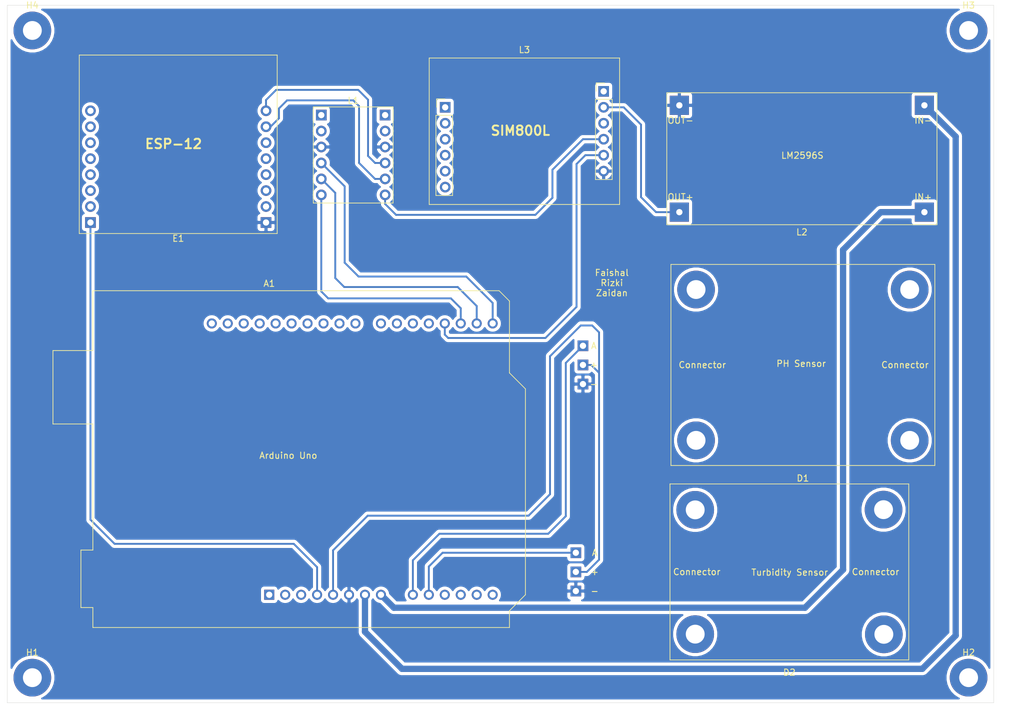
<source format=kicad_pcb>
(kicad_pcb (version 20171130) (host pcbnew "(5.1.10)-1")

  (general
    (thickness 1.6)
    (drawings 13)
    (tracks 92)
    (zones 0)
    (modules 11)
    (nets 61)
  )

  (page A4)
  (layers
    (0 F.Cu signal)
    (31 B.Cu signal)
    (32 B.Adhes user)
    (33 F.Adhes user)
    (34 B.Paste user)
    (35 F.Paste user)
    (36 B.SilkS user)
    (37 F.SilkS user)
    (38 B.Mask user)
    (39 F.Mask user)
    (40 Dwgs.User user)
    (41 Cmts.User user)
    (42 Eco1.User user)
    (43 Eco2.User user)
    (44 Edge.Cuts user)
    (45 Margin user)
    (46 B.CrtYd user)
    (47 F.CrtYd user)
    (48 B.Fab user)
    (49 F.Fab user)
  )

  (setup
    (last_trace_width 0.25)
    (user_trace_width 0.3)
    (user_trace_width 1)
    (trace_clearance 0.2)
    (zone_clearance 0.508)
    (zone_45_only no)
    (trace_min 0.2)
    (via_size 0.8)
    (via_drill 0.4)
    (via_min_size 0.4)
    (via_min_drill 0.3)
    (uvia_size 0.3)
    (uvia_drill 0.1)
    (uvias_allowed no)
    (uvia_min_size 0.2)
    (uvia_min_drill 0.1)
    (edge_width 0.05)
    (segment_width 0.2)
    (pcb_text_width 0.3)
    (pcb_text_size 1.5 1.5)
    (mod_edge_width 0.12)
    (mod_text_size 1 1)
    (mod_text_width 0.15)
    (pad_size 6 6)
    (pad_drill 3)
    (pad_to_mask_clearance 0)
    (aux_axis_origin 0 0)
    (visible_elements 7FFFFFFF)
    (pcbplotparams
      (layerselection 0x010fc_ffffffff)
      (usegerberextensions false)
      (usegerberattributes true)
      (usegerberadvancedattributes true)
      (creategerberjobfile true)
      (excludeedgelayer true)
      (linewidth 0.100000)
      (plotframeref false)
      (viasonmask false)
      (mode 1)
      (useauxorigin false)
      (hpglpennumber 1)
      (hpglpenspeed 20)
      (hpglpendiameter 15.000000)
      (psnegative false)
      (psa4output false)
      (plotreference true)
      (plotvalue true)
      (plotinvisibletext false)
      (padsonsilk false)
      (subtractmaskfromsilk false)
      (outputformat 1)
      (mirror false)
      (drillshape 0)
      (scaleselection 1)
      (outputdirectory "GBR/"))
  )

  (net 0 "")
  (net 1 "Net-(A1-Pad16)")
  (net 2 "Net-(A1-Pad15)")
  (net 3 "Net-(A1-Pad19)")
  (net 4 "Net-(A1-Pad20)")
  (net 5 "Net-(A1-Pad18)")
  (net 6 "Net-(A1-Pad17)")
  (net 7 "Net-(A1-Pad21)")
  (net 8 "Net-(A1-Pad22)")
  (net 9 "Net-(A1-Pad30)")
  (net 10 "Net-(A1-Pad29)")
  (net 11 "Net-(A1-Pad24)")
  (net 12 "Net-(A1-Pad28)")
  (net 13 "Net-(A1-Pad27)")
  (net 14 "Net-(A1-Pad23)")
  (net 15 "Net-(A1-Pad31)")
  (net 16 "Net-(A1-Pad25)")
  (net 17 "Net-(A1-Pad32)")
  (net 18 "Net-(A1-Pad26)")
  (net 19 "Net-(A1-Pad12)")
  (net 20 "Net-(A1-Pad13)")
  (net 21 "Net-(A1-Pad10)")
  (net 22 "Net-(A1-Pad9)")
  (net 23 "Net-(A1-Pad14)")
  (net 24 "Net-(A1-Pad11)")
  (net 25 "Net-(A1-Pad3)")
  (net 26 "Net-(A1-Pad1)")
  (net 27 "Net-(A1-Pad2)")
  (net 28 "Net-(E1-Pad6)")
  (net 29 "Net-(E1-Pad8)")
  (net 30 "Net-(E1-Pad4)")
  (net 31 "Net-(E1-Pad3)")
  (net 32 "Net-(E1-Pad2)")
  (net 33 "Net-(E1-Pad7)")
  (net 34 "Net-(E1-Pad5)")
  (net 35 "Net-(L1-Pad6)")
  (net 36 "Net-(L3-Pad1)")
  (net 37 "Net-(L3-Pad3)")
  (net 38 +3V3)
  (net 39 "Net-(L1-Pad2)")
  (net 40 GND)
  (net 41 +5V)
  (net 42 GND1)
  (net 43 "Net-(L1-Pad1)")
  (net 44 "Net-(E1-Pad15)")
  (net 45 "Net-(E1-Pad13)")
  (net 46 "Net-(E1-Pad10)")
  (net 47 "Net-(E1-Pad11)")
  (net 48 "Net-(E1-Pad12)")
  (net 49 "Net-(E1-Pad16)")
  (net 50 "Net-(E1-Pad14)")
  (net 51 +12V)
  (net 52 "Net-(L1-Pad7)")
  (net 53 "Net-(L1-Pad8)")
  (net 54 "Net-(L3-Pad12)")
  (net 55 "Net-(L3-Pad10)")
  (net 56 "Net-(L3-Pad8)")
  (net 57 "Net-(L3-Pad7)")
  (net 58 "Net-(L3-Pad11)")
  (net 59 "Net-(L3-Pad9)")
  (net 60 +4V)

  (net_class Default "This is the default net class."
    (clearance 0.2)
    (trace_width 0.25)
    (via_dia 0.8)
    (via_drill 0.4)
    (uvia_dia 0.3)
    (uvia_drill 0.1)
    (add_net +12V)
    (add_net +3V3)
    (add_net +4V)
    (add_net +5V)
    (add_net GND)
    (add_net GND1)
    (add_net "Net-(A1-Pad1)")
    (add_net "Net-(A1-Pad10)")
    (add_net "Net-(A1-Pad11)")
    (add_net "Net-(A1-Pad12)")
    (add_net "Net-(A1-Pad13)")
    (add_net "Net-(A1-Pad14)")
    (add_net "Net-(A1-Pad15)")
    (add_net "Net-(A1-Pad16)")
    (add_net "Net-(A1-Pad17)")
    (add_net "Net-(A1-Pad18)")
    (add_net "Net-(A1-Pad19)")
    (add_net "Net-(A1-Pad2)")
    (add_net "Net-(A1-Pad20)")
    (add_net "Net-(A1-Pad21)")
    (add_net "Net-(A1-Pad22)")
    (add_net "Net-(A1-Pad23)")
    (add_net "Net-(A1-Pad24)")
    (add_net "Net-(A1-Pad25)")
    (add_net "Net-(A1-Pad26)")
    (add_net "Net-(A1-Pad27)")
    (add_net "Net-(A1-Pad28)")
    (add_net "Net-(A1-Pad29)")
    (add_net "Net-(A1-Pad3)")
    (add_net "Net-(A1-Pad30)")
    (add_net "Net-(A1-Pad31)")
    (add_net "Net-(A1-Pad32)")
    (add_net "Net-(A1-Pad9)")
    (add_net "Net-(E1-Pad10)")
    (add_net "Net-(E1-Pad11)")
    (add_net "Net-(E1-Pad12)")
    (add_net "Net-(E1-Pad13)")
    (add_net "Net-(E1-Pad14)")
    (add_net "Net-(E1-Pad15)")
    (add_net "Net-(E1-Pad16)")
    (add_net "Net-(E1-Pad2)")
    (add_net "Net-(E1-Pad3)")
    (add_net "Net-(E1-Pad4)")
    (add_net "Net-(E1-Pad5)")
    (add_net "Net-(E1-Pad6)")
    (add_net "Net-(E1-Pad7)")
    (add_net "Net-(E1-Pad8)")
    (add_net "Net-(L1-Pad1)")
    (add_net "Net-(L1-Pad2)")
    (add_net "Net-(L1-Pad6)")
    (add_net "Net-(L1-Pad7)")
    (add_net "Net-(L1-Pad8)")
    (add_net "Net-(L3-Pad1)")
    (add_net "Net-(L3-Pad10)")
    (add_net "Net-(L3-Pad11)")
    (add_net "Net-(L3-Pad12)")
    (add_net "Net-(L3-Pad3)")
    (add_net "Net-(L3-Pad7)")
    (add_net "Net-(L3-Pad8)")
    (add_net "Net-(L3-Pad9)")
  )

  (module tes_pers:Arduino (layer F.Cu) (tedit 61DED445) (tstamp 61DF373F)
    (at 114.698 77.087)
    (path /61DE8276)
    (fp_text reference A1 (at 0 -3.81) (layer F.SilkS)
      (effects (font (size 1 1) (thickness 0.15)))
    )
    (fp_text value Arduino_UNO_R3 (at 0 22.868) (layer F.Fab)
      (effects (font (size 1 1) (thickness 0.15)))
    )
    (fp_line (start -28.07 50.93) (end 38.23 50.93) (layer F.SilkS) (width 0.12))
    (fp_line (start -28.07 6.858) (end -34.42 6.858) (layer F.SilkS) (width 0.12))
    (fp_line (start 38.1 50.8) (end -27.94 50.8) (layer F.Fab) (width 0.1))
    (fp_line (start 40.77 12.95) (end 38.23 10.41) (layer F.SilkS) (width 0.12))
    (fp_line (start -29.84 38.74) (end -16.51 38.74) (layer F.Fab) (width 0.1))
    (fp_line (start -34.42 6.858) (end -34.42 18.538) (layer F.SilkS) (width 0.12))
    (fp_line (start -28.19 38.48) (end -28.19 18.67) (layer F.CrtYd) (width 0.05))
    (fp_line (start 38.35 -1.02) (end 38.35 10.41) (layer F.CrtYd) (width 0.05))
    (fp_line (start -28.07 -2.67) (end -28.07 6.86) (layer F.SilkS) (width 0.12))
    (fp_line (start -28.072 47.754) (end -29.972 47.754) (layer F.SilkS) (width 0.12))
    (fp_line (start -30.1 47.88) (end -30.1 38.48) (layer F.CrtYd) (width 0.05))
    (fp_line (start 36.576 -2.54) (end 38.096 -1.02) (layer F.Fab) (width 0.1))
    (fp_line (start -28.19 18.67) (end -34.54 18.67) (layer F.CrtYd) (width 0.05))
    (fp_line (start 38.23 50.93) (end 38.23 48.26) (layer F.SilkS) (width 0.12))
    (fp_line (start -29.972 38.608) (end -29.972 47.748) (layer F.SilkS) (width 0.12))
    (fp_line (start 38.23 10.41) (end 38.23 -1.02) (layer F.SilkS) (width 0.12))
    (fp_line (start -16.51 47.63) (end -29.84 47.63) (layer F.Fab) (width 0.1))
    (fp_line (start -18.41 18.418) (end -34.29 18.418) (layer F.Fab) (width 0.1))
    (fp_line (start -28.19 38.48) (end -30.1 38.48) (layer F.CrtYd) (width 0.05))
    (fp_line (start 40.77 45.72) (end 38.23 48.26) (layer F.SilkS) (width 0.12))
    (fp_line (start -29.97 38.608) (end -28.07 38.608) (layer F.SilkS) (width 0.12))
    (fp_line (start -34.42 18.538) (end -28.07 18.538) (layer F.SilkS) (width 0.12))
    (fp_line (start -28.19 6.73) (end -28.19 -2.79) (layer F.CrtYd) (width 0.05))
    (fp_line (start 38.354 48.26) (end 38.354 51.05) (layer F.CrtYd) (width 0.05))
    (fp_line (start 38.096 -1.02) (end 38.096 10.41) (layer F.Fab) (width 0.1))
    (fp_line (start -34.54 18.67) (end -34.54 6.73) (layer F.CrtYd) (width 0.05))
    (fp_line (start -34.29 6.988) (end -18.41 6.988) (layer F.Fab) (width 0.1))
    (fp_line (start -28.07 18.538) (end -28.07 38.608) (layer F.SilkS) (width 0.12))
    (fp_line (start -27.94 50.8) (end -27.94 -2.54) (layer F.Fab) (width 0.1))
    (fp_line (start -16.51 38.74) (end -16.51 47.63) (layer F.Fab) (width 0.1))
    (fp_line (start -28.07 47.75) (end -28.07 50.93) (layer F.SilkS) (width 0.12))
    (fp_line (start -30.1 47.88) (end -28.19 47.88) (layer F.CrtYd) (width 0.05))
    (fp_line (start -34.54 6.73) (end -28.19 6.73) (layer F.CrtYd) (width 0.05))
    (fp_line (start -28.07 -2.67) (end 36.58 -2.67) (layer F.SilkS) (width 0.12))
    (fp_line (start 38.23 -1.02) (end 36.58 -2.67) (layer F.SilkS) (width 0.12))
    (fp_line (start 40.64 12.95) (end 40.64 45.72) (layer F.Fab) (width 0.1))
    (fp_line (start 38.354 48.26) (end 40.894 45.72) (layer F.CrtYd) (width 0.05))
    (fp_line (start 40.894 12.95) (end 40.894 45.72) (layer F.CrtYd) (width 0.05))
    (fp_line (start 36.58 -2.54) (end -27.94 -2.54) (layer F.Fab) (width 0.1))
    (fp_line (start 38.1 48.26) (end 40.64 45.72) (layer F.Fab) (width 0.1))
    (fp_line (start 38.35 10.41) (end 40.89 12.95) (layer F.CrtYd) (width 0.05))
    (fp_line (start 36.58 -2.79) (end -28.19 -2.79) (layer F.CrtYd) (width 0.05))
    (fp_line (start 38.1 48.26) (end 38.1 50.8) (layer F.Fab) (width 0.1))
    (fp_line (start 36.58 -2.79) (end 38.35 -1.02) (layer F.CrtYd) (width 0.05))
    (fp_line (start -18.41 6.988) (end -18.41 18.418) (layer F.Fab) (width 0.1))
    (fp_line (start 38.096 10.41) (end 40.636 12.95) (layer F.Fab) (width 0.1))
    (fp_line (start -28.19 51.05) (end -28.19 47.88) (layer F.CrtYd) (width 0.05))
    (fp_line (start 38.35 51.05) (end -28.19 51.05) (layer F.CrtYd) (width 0.05))
    (fp_line (start -34.29 18.418) (end -34.29 6.988) (layer F.Fab) (width 0.1))
    (fp_line (start -29.84 47.63) (end -29.84 38.74) (layer F.Fab) (width 0.1))
    (fp_line (start 40.77 45.72) (end 40.77 12.95) (layer F.SilkS) (width 0.12))
    (pad 20 thru_hole oval (at 22.86 2.54 90) (size 1.6 1.6) (drill 1) (layers *.Cu *.Mask)
      (net 4 "Net-(A1-Pad20)"))
    (pad 28 thru_hole oval (at 1.02 2.54 90) (size 1.6 1.6) (drill 1) (layers *.Cu *.Mask)
      (net 12 "Net-(A1-Pad28)"))
    (pad 24 thru_hole oval (at 11.18 2.54 90) (size 1.6 1.6) (drill 1) (layers *.Cu *.Mask)
      (net 11 "Net-(A1-Pad24)"))
    (pad 29 thru_hole oval (at -1.52 2.54 90) (size 1.6 1.6) (drill 1) (layers *.Cu *.Mask)
      (net 10 "Net-(A1-Pad29)"))
    (pad 30 thru_hole oval (at -4.06 2.54 90) (size 1.6 1.6) (drill 1) (layers *.Cu *.Mask)
      (net 9 "Net-(A1-Pad30)"))
    (pad 15 thru_hole oval (at 35.56 2.54 90) (size 1.6 1.6) (drill 1) (layers *.Cu *.Mask)
      (net 2 "Net-(A1-Pad15)"))
    (pad 22 thru_hole oval (at 17.78 2.54 90) (size 1.6 1.6) (drill 1) (layers *.Cu *.Mask)
      (net 8 "Net-(A1-Pad22)"))
    (pad 21 thru_hole oval (at 20.32 2.54 90) (size 1.6 1.6) (drill 1) (layers *.Cu *.Mask)
      (net 7 "Net-(A1-Pad21)"))
    (pad 18 thru_hole oval (at 27.94 2.54 90) (size 1.6 1.6) (drill 1) (layers *.Cu *.Mask)
      (net 5 "Net-(A1-Pad18)"))
    (pad 16 thru_hole oval (at 33.02 2.54 90) (size 1.6 1.6) (drill 1) (layers *.Cu *.Mask)
      (net 1 "Net-(A1-Pad16)"))
    (pad 17 thru_hole oval (at 30.48 2.54 90) (size 1.6 1.6) (drill 1) (layers *.Cu *.Mask)
      (net 6 "Net-(A1-Pad17)"))
    (pad 19 thru_hole oval (at 25.4 2.54 90) (size 1.6 1.6) (drill 1) (layers *.Cu *.Mask)
      (net 3 "Net-(A1-Pad19)"))
    (pad 31 thru_hole oval (at -6.6 2.54 90) (size 1.6 1.6) (drill 1) (layers *.Cu *.Mask)
      (net 15 "Net-(A1-Pad31)"))
    (pad 32 thru_hole oval (at -9.14 2.54 90) (size 1.6 1.6) (drill 1) (layers *.Cu *.Mask)
      (net 17 "Net-(A1-Pad32)"))
    (pad 26 thru_hole oval (at 6.1 2.54 90) (size 1.6 1.6) (drill 1) (layers *.Cu *.Mask)
      (net 18 "Net-(A1-Pad26)"))
    (pad 25 thru_hole oval (at 8.64 2.54 90) (size 1.6 1.6) (drill 1) (layers *.Cu *.Mask)
      (net 16 "Net-(A1-Pad25)"))
    (pad 23 thru_hole oval (at 13.72 2.54 90) (size 1.6 1.6) (drill 1) (layers *.Cu *.Mask)
      (net 14 "Net-(A1-Pad23)"))
    (pad 27 thru_hole oval (at 3.56 2.54 90) (size 1.6 1.6) (drill 1) (layers *.Cu *.Mask)
      (net 13 "Net-(A1-Pad27)"))
    (pad 2 thru_hole oval (at 2.54 45.72 90) (size 1.6 1.6) (drill 1) (layers *.Cu *.Mask)
      (net 27 "Net-(A1-Pad2)"))
    (pad 8 thru_hole oval (at 17.78 45.72 90) (size 1.6 1.6) (drill 1) (layers *.Cu *.Mask)
      (net 51 +12V))
    (pad 1 thru_hole rect (at 0 45.72 90) (size 1.6 1.6) (drill 1) (layers *.Cu *.Mask)
      (net 26 "Net-(A1-Pad1)"))
    (pad 6 thru_hole oval (at 12.7 45.72 90) (size 1.6 1.6) (drill 1) (layers *.Cu *.Mask)
      (net 40 GND))
    (pad 3 thru_hole oval (at 5.08 45.72 90) (size 1.6 1.6) (drill 1) (layers *.Cu *.Mask)
      (net 25 "Net-(A1-Pad3)"))
    (pad 7 thru_hole oval (at 15.24 45.72 90) (size 1.6 1.6) (drill 1) (layers *.Cu *.Mask)
      (net 42 GND1))
    (pad 14 thru_hole oval (at 35.56 45.72 90) (size 1.6 1.6) (drill 1) (layers *.Cu *.Mask)
      (net 23 "Net-(A1-Pad14)"))
    (pad 4 thru_hole oval (at 7.62 45.72 90) (size 1.6 1.6) (drill 1) (layers *.Cu *.Mask)
      (net 38 +3V3))
    (pad 5 thru_hole oval (at 10.16 45.72 90) (size 1.6 1.6) (drill 1) (layers *.Cu *.Mask)
      (net 41 +5V))
    (pad 11 thru_hole oval (at 27.94 45.72 90) (size 1.6 1.6) (drill 1) (layers *.Cu *.Mask)
      (net 24 "Net-(A1-Pad11)"))
    (pad 9 thru_hole oval (at 22.86 45.72 90) (size 1.6 1.6) (drill 1) (layers *.Cu *.Mask)
      (net 22 "Net-(A1-Pad9)"))
    (pad 10 thru_hole oval (at 25.4 45.72 90) (size 1.6 1.6) (drill 1) (layers *.Cu *.Mask)
      (net 21 "Net-(A1-Pad10)"))
    (pad 12 thru_hole oval (at 30.48 45.72 90) (size 1.6 1.6) (drill 1) (layers *.Cu *.Mask)
      (net 19 "Net-(A1-Pad12)"))
    (pad 13 thru_hole oval (at 33.02 45.72 90) (size 1.6 1.6) (drill 1) (layers *.Cu *.Mask)
      (net 20 "Net-(A1-Pad13)"))
  )

  (module tes_pers:LLC (layer F.Cu) (tedit 61DEC139) (tstamp 61DF4D6B)
    (at 128.064 52.817)
    (path /61DE54BE)
    (fp_text reference L1 (at 0 -8.644) (layer F.SilkS)
      (effects (font (size 1 1) (thickness 0.15)))
    )
    (fp_text value LLC (at 0 8.636) (layer F.Fab)
      (effects (font (size 1 1) (thickness 0.15)))
    )
    (fp_line (start 6.35 7.65) (end -6.35 7.65) (layer F.SilkS) (width 0.12))
    (fp_line (start 6.35 -7.65) (end 6.35 7.65) (layer F.SilkS) (width 0.12))
    (fp_line (start -6.35 -7.65) (end 6.35 -7.65) (layer F.SilkS) (width 0.12))
    (fp_line (start -6.35 -7.65) (end -6.35 7.65) (layer F.SilkS) (width 0.12))
    (fp_line (start -6.35 -6.985) (end -5.715 -7.62) (layer F.Fab) (width 0.1))
    (fp_line (start -6.35 7.62) (end -6.35 -6.985) (layer F.Fab) (width 0.1))
    (fp_line (start -3.81 7.62) (end -6.35 7.62) (layer F.Fab) (width 0.1))
    (fp_line (start -3.81 -7.62) (end -3.81 7.62) (layer F.Fab) (width 0.1))
    (fp_line (start -5.715 -7.62) (end -3.81 -7.62) (layer F.Fab) (width 0.1))
    (fp_line (start 6.35 7.62) (end 3.81 7.62) (layer F.Fab) (width 0.1))
    (fp_line (start 4.445 -7.62) (end 6.35 -7.62) (layer F.Fab) (width 0.1))
    (fp_line (start 3.81 -6.985) (end 4.445 -7.62) (layer F.Fab) (width 0.1))
    (fp_line (start 3.81 7.62) (end 3.81 -6.985) (layer F.Fab) (width 0.1))
    (fp_line (start 6.35 -7.62) (end 6.35 7.62) (layer F.Fab) (width 0.1))
    (fp_text user %R (at -5.08 0 90) (layer F.Fab)
      (effects (font (size 1 1) (thickness 0.15)))
    )
    (pad 2 thru_hole oval (at 5.08 -3.81) (size 1.7 1.7) (drill 1) (layers *.Cu *.Mask)
      (net 39 "Net-(L1-Pad2)"))
    (pad 1 thru_hole rect (at 5.08 -6.35) (size 1.7 1.7) (drill 1) (layers *.Cu *.Mask)
      (net 43 "Net-(L1-Pad1)"))
    (pad 5 thru_hole oval (at 5.08 3.81) (size 1.7 1.7) (drill 1) (layers *.Cu *.Mask)
      (net 44 "Net-(E1-Pad15)"))
    (pad 3 thru_hole oval (at 5.08 -1.27) (size 1.7 1.7) (drill 1) (layers *.Cu *.Mask)
      (net 40 GND))
    (pad 6 thru_hole oval (at 5.08 6.35) (size 1.7 1.7) (drill 1) (layers *.Cu *.Mask)
      (net 35 "Net-(L1-Pad6)"))
    (pad 4 thru_hole oval (at 5.08 1.27) (size 1.7 1.7) (drill 1) (layers *.Cu *.Mask)
      (net 49 "Net-(E1-Pad16)"))
    (pad 9 thru_hole oval (at -5.08 -1.27) (size 1.7 1.7) (drill 1) (layers *.Cu *.Mask)
      (net 40 GND))
    (pad 11 thru_hole oval (at -5.08 3.81) (size 1.7 1.7) (drill 1) (layers *.Cu *.Mask)
      (net 1 "Net-(A1-Pad16)"))
    (pad 7 thru_hole rect (at -5.08 -6.35) (size 1.7 1.7) (drill 1) (layers *.Cu *.Mask)
      (net 52 "Net-(L1-Pad7)"))
    (pad 12 thru_hole oval (at -5.08 6.35) (size 1.7 1.7) (drill 1) (layers *.Cu *.Mask)
      (net 6 "Net-(A1-Pad17)"))
    (pad 8 thru_hole oval (at -5.08 -3.81) (size 1.7 1.7) (drill 1) (layers *.Cu *.Mask)
      (net 53 "Net-(L1-Pad8)"))
    (pad 10 thru_hole oval (at -5.08 1.27) (size 1.7 1.7) (drill 1) (layers *.Cu *.Mask)
      (net 2 "Net-(A1-Pad15)"))
  )

  (module tes_pers:ESP-12 (layer F.Cu) (tedit 61DEBFBC) (tstamp 61DF4DD6)
    (at 100.218 51.117 180)
    (path /61DE69B5)
    (fp_text reference E1 (at 0 -14.986 180) (layer F.SilkS)
      (effects (font (size 1 1) (thickness 0.15)))
    )
    (fp_text value ESP-12 (at 0 0 180) (layer F.Fab)
      (effects (font (size 1 1) (thickness 0.15)))
    )
    (fp_line (start 15.75 14.2) (end -15.75 14.2) (layer F.SilkS) (width 0.12))
    (fp_line (start 15.75 -14.2) (end 15.75 14.2) (layer F.SilkS) (width 0.12))
    (fp_line (start -15.75 -14.2) (end 15.75 -14.2) (layer F.SilkS) (width 0.12))
    (fp_line (start -15.75 -14.2) (end -15.75 14.2) (layer F.SilkS) (width 0.12))
    (pad 6 thru_hole oval (at 13.97 0.254 180) (size 1.7 1.7) (drill 1) (layers *.Cu *.Mask)
      (net 28 "Net-(E1-Pad6)"))
    (pad 1 thru_hole rect (at 13.97 -12.446 180) (size 1.7 1.7) (drill 1) (layers *.Cu *.Mask)
      (net 38 +3V3))
    (pad 8 thru_hole oval (at 13.97 5.334 180) (size 1.7 1.7) (drill 1) (layers *.Cu *.Mask)
      (net 29 "Net-(E1-Pad8)"))
    (pad 4 thru_hole oval (at 13.97 -4.826 180) (size 1.7 1.7) (drill 1) (layers *.Cu *.Mask)
      (net 30 "Net-(E1-Pad4)"))
    (pad 3 thru_hole oval (at 13.97 -7.366 180) (size 1.7 1.7) (drill 1) (layers *.Cu *.Mask)
      (net 31 "Net-(E1-Pad3)"))
    (pad 2 thru_hole oval (at 13.97 -9.906 180) (size 1.7 1.7) (drill 1) (layers *.Cu *.Mask)
      (net 32 "Net-(E1-Pad2)"))
    (pad 7 thru_hole oval (at 13.97 2.794 180) (size 1.7 1.7) (drill 1) (layers *.Cu *.Mask)
      (net 33 "Net-(E1-Pad7)"))
    (pad 5 thru_hole oval (at 13.97 -2.286 180) (size 1.7 1.7) (drill 1) (layers *.Cu *.Mask)
      (net 34 "Net-(E1-Pad5)"))
    (pad 15 thru_hole oval (at -13.97 2.794 180) (size 1.7 1.7) (drill 1) (layers *.Cu *.Mask)
      (net 44 "Net-(E1-Pad15)"))
    (pad 13 thru_hole oval (at -13.97 -2.286 180) (size 1.7 1.7) (drill 1) (layers *.Cu *.Mask)
      (net 45 "Net-(E1-Pad13)"))
    (pad 10 thru_hole oval (at -13.97 -9.906 180) (size 1.7 1.7) (drill 1) (layers *.Cu *.Mask)
      (net 46 "Net-(E1-Pad10)"))
    (pad 11 thru_hole oval (at -13.97 -7.366 180) (size 1.7 1.7) (drill 1) (layers *.Cu *.Mask)
      (net 47 "Net-(E1-Pad11)"))
    (pad 12 thru_hole oval (at -13.97 -4.826 180) (size 1.7 1.7) (drill 1) (layers *.Cu *.Mask)
      (net 48 "Net-(E1-Pad12)"))
    (pad 16 thru_hole oval (at -13.97 5.334 180) (size 1.7 1.7) (drill 1) (layers *.Cu *.Mask)
      (net 49 "Net-(E1-Pad16)"))
    (pad 9 thru_hole rect (at -13.97 -12.446 180) (size 1.7 1.7) (drill 1) (layers *.Cu *.Mask)
      (net 40 GND))
    (pad 14 thru_hole oval (at -13.97 0.254 180) (size 1.7 1.7) (drill 1) (layers *.Cu *.Mask)
      (net 50 "Net-(E1-Pad14)"))
  )

  (module MountingHole:MountingHole_3mm_Pad (layer F.Cu) (tedit 56D1B4CB) (tstamp 61DF5795)
    (at 77 33)
    (descr "Mounting Hole 3mm")
    (tags "mounting hole 3mm")
    (path /61E5BE7A)
    (attr virtual)
    (fp_text reference H4 (at 0 -4) (layer F.SilkS)
      (effects (font (size 1 1) (thickness 0.15)))
    )
    (fp_text value MountingHole (at 0 4) (layer F.Fab)
      (effects (font (size 1 1) (thickness 0.15)))
    )
    (fp_circle (center 0 0) (end 3.25 0) (layer F.CrtYd) (width 0.05))
    (fp_circle (center 0 0) (end 3 0) (layer Cmts.User) (width 0.15))
    (fp_text user %R (at 0.3 0) (layer F.Fab)
      (effects (font (size 1 1) (thickness 0.15)))
    )
    (pad 1 thru_hole circle (at 0 0) (size 6 6) (drill 3) (layers *.Cu *.Mask))
  )

  (module MountingHole:MountingHole_3mm_Pad (layer F.Cu) (tedit 56D1B4CB) (tstamp 61DF5B00)
    (at 226 33)
    (descr "Mounting Hole 3mm")
    (tags "mounting hole 3mm")
    (path /61E5B416)
    (attr virtual)
    (fp_text reference H3 (at 0 -4) (layer F.SilkS)
      (effects (font (size 1 1) (thickness 0.15)))
    )
    (fp_text value MountingHole (at 0 4) (layer F.Fab)
      (effects (font (size 1 1) (thickness 0.15)))
    )
    (fp_circle (center 0 0) (end 3.25 0) (layer F.CrtYd) (width 0.05))
    (fp_circle (center 0 0) (end 3 0) (layer Cmts.User) (width 0.15))
    (fp_text user %R (at 0.3 0) (layer F.Fab)
      (effects (font (size 1 1) (thickness 0.15)))
    )
    (pad 1 thru_hole circle (at 0 0) (size 6 6) (drill 3) (layers *.Cu *.Mask))
  )

  (module MountingHole:MountingHole_3mm_Pad (layer F.Cu) (tedit 56D1B4CB) (tstamp 61DF5785)
    (at 226 136)
    (descr "Mounting Hole 3mm")
    (tags "mounting hole 3mm")
    (path /61E5A9B1)
    (attr virtual)
    (fp_text reference H2 (at 0 -4) (layer F.SilkS)
      (effects (font (size 1 1) (thickness 0.15)))
    )
    (fp_text value MountingHole (at 0 4) (layer F.Fab)
      (effects (font (size 1 1) (thickness 0.15)))
    )
    (fp_circle (center 0 0) (end 3.25 0) (layer F.CrtYd) (width 0.05))
    (fp_circle (center 0 0) (end 3 0) (layer Cmts.User) (width 0.15))
    (fp_text user %R (at 0.3 0) (layer F.Fab)
      (effects (font (size 1 1) (thickness 0.15)))
    )
    (pad 1 thru_hole circle (at 0 0) (size 6 6) (drill 3) (layers *.Cu *.Mask))
  )

  (module MountingHole:MountingHole_3mm_Pad (layer F.Cu) (tedit 56D1B4CB) (tstamp 61DF577D)
    (at 77 136)
    (descr "Mounting Hole 3mm")
    (tags "mounting hole 3mm")
    (path /61E5A6D1)
    (attr virtual)
    (fp_text reference H1 (at 0 -4) (layer F.SilkS)
      (effects (font (size 1 1) (thickness 0.15)))
    )
    (fp_text value MountingHole (at 0 4) (layer F.Fab)
      (effects (font (size 1 1) (thickness 0.15)))
    )
    (fp_circle (center 0 0) (end 3.25 0) (layer F.CrtYd) (width 0.05))
    (fp_circle (center 0 0) (end 3 0) (layer Cmts.User) (width 0.15))
    (fp_text user %R (at 0.3 0) (layer F.Fab)
      (effects (font (size 1 1) (thickness 0.15)))
    )
    (pad 1 thru_hole circle (at 0 0) (size 6 6) (drill 3) (layers *.Cu *.Mask))
  )

  (module tes_pers:dfrobot_ph (layer F.Cu) (tedit 61DEE4B0) (tstamp 61DF374F)
    (at 199.627 86.231 180)
    (path /61DE472D)
    (fp_text reference D1 (at 0 -18.034) (layer F.SilkS)
      (effects (font (size 1 1) (thickness 0.15)))
    )
    (fp_text value dfrobot_ph (at 0 17.272) (layer F.Fab)
      (effects (font (size 1 1) (thickness 0.15)))
    )
    (fp_line (start -21 -16) (end 21 -16) (layer F.SilkS) (width 0.12))
    (fp_line (start -21 -16) (end -21 16) (layer F.SilkS) (width 0.12))
    (fp_line (start -21 16) (end 21 16) (layer F.SilkS) (width 0.12))
    (fp_line (start 21 -16) (end 21 16) (layer F.SilkS) (width 0.12))
    (fp_text user - (at 33.274 -3.048) (layer F.SilkS)
      (effects (font (size 1 1) (thickness 0.15)))
    )
    (fp_text user + (at 33.274 0) (layer F.SilkS)
      (effects (font (size 1 1) (thickness 0.15)))
    )
    (fp_text user A (at 33.274 3.048) (layer F.SilkS)
      (effects (font (size 1 1) (thickness 0.15)))
    )
    (fp_text user Connector (at -16.256 0) (layer F.SilkS)
      (effects (font (size 1 1) (thickness 0.15)))
    )
    (fp_text user Connector (at 16.002 0) (layer F.SilkS)
      (effects (font (size 1 1) (thickness 0.15)))
    )
    (pad 3 thru_hole rect (at 35 3.048 180) (size 1.7 1.7) (drill 1) (layers *.Cu *.Mask)
      (net 22 "Net-(A1-Pad9)"))
    (pad 2 thru_hole rect (at 35 0 180) (size 1.7 1.7) (drill 1) (layers *.Cu *.Mask)
      (net 41 +5V))
    (pad 1 thru_hole rect (at 35 -3.048 180) (size 1.7 1.7) (drill 1) (layers *.Cu *.Mask)
      (net 40 GND))
    (pad 5 thru_hole circle (at -17 12 180) (size 6 6) (drill 3) (layers *.Cu *.Mask))
    (pad 6 thru_hole circle (at 17 12 180) (size 6 6) (drill 3) (layers *.Cu *.Mask))
    (pad 7 thru_hole circle (at 17 -12 180) (size 6 6) (drill 3) (layers *.Cu *.Mask))
    (pad 4 thru_hole circle (at -17 -12 180) (size 6 6) (drill 3) (layers *.Cu *.Mask))
  )

  (module tes_pers:dfrobot_turbidity (layer F.Cu) (tedit 61DEE49F) (tstamp 61DF375F)
    (at 197.478 119.168 180)
    (path /61DE4AE9)
    (fp_text reference D2 (at 0 -16.002 180) (layer F.SilkS)
      (effects (font (size 1 1) (thickness 0.15)))
    )
    (fp_text value dfrobot_turbidity (at 0 16.002 180) (layer F.Fab)
      (effects (font (size 1 1) (thickness 0.15)))
    )
    (fp_line (start -19 -14) (end 19 -14) (layer F.SilkS) (width 0.12))
    (fp_line (start 19 -14) (end 19 14) (layer F.SilkS) (width 0.12))
    (fp_line (start -19 14) (end 19 14) (layer F.SilkS) (width 0.12))
    (fp_line (start -19 -14) (end -19 14) (layer F.SilkS) (width 0.12))
    (fp_text user - (at 30.988 -3.048 180) (layer F.SilkS)
      (effects (font (size 1 1) (thickness 0.15)))
    )
    (fp_text user A (at 30.988 3.048 180) (layer F.SilkS)
      (effects (font (size 1 1) (thickness 0.15)))
    )
    (fp_text user + (at 30.988 0 180) (layer F.SilkS)
      (effects (font (size 1 1) (thickness 0.15)))
    )
    (fp_text user Connector (at -13.716 0 180) (layer F.SilkS)
      (effects (font (size 1 1) (thickness 0.15)))
    )
    (fp_text user Connector (at 14.732 0 180) (layer F.SilkS)
      (effects (font (size 1 1) (thickness 0.15)))
    )
    (pad 2 thru_hole rect (at 33.984 0 180) (size 1.7 1.7) (drill 1) (layers *.Cu *.Mask)
      (net 41 +5V))
    (pad 1 thru_hole rect (at 33.984 -3.048 180) (size 1.7 1.7) (drill 1) (layers *.Cu *.Mask)
      (net 40 GND))
    (pad 3 thru_hole rect (at 33.984 3.048 180) (size 1.7 1.7) (drill 1) (layers *.Cu *.Mask)
      (net 21 "Net-(A1-Pad10)"))
    (pad 7 thru_hole circle (at 14.986 -9.906 180) (size 6 6) (drill 3) (layers *.Cu *.Mask))
    (pad 6 thru_hole circle (at 14.986 9.876 180) (size 6 6) (drill 3) (layers *.Cu *.Mask))
    (pad 4 thru_hole circle (at -15.036 -9.936 180) (size 6 6) (drill 3) (layers *.Cu *.Mask))
    (pad 5 thru_hole circle (at -14.986 9.906 180) (size 6 6) (drill 3) (layers *.Cu *.Mask))
  )

  (module tes_pers:SIM800L (layer F.Cu) (tedit 61DEC174) (tstamp 61DF37E8)
    (at 155.312 49.038)
    (path /61DED9A1)
    (fp_text reference L3 (at 0 -12.954) (layer F.SilkS)
      (effects (font (size 1 1) (thickness 0.15)))
    )
    (fp_text value SIM800L (at 0 0) (layer F.Fab)
      (effects (font (size 1 1) (thickness 0.15)))
    )
    (fp_line (start -14.09 -2.54) (end -14.09 10.22) (layer F.SilkS) (width 0.12))
    (fp_line (start -13.97 -3.81) (end -13.97 -5.14) (layer F.SilkS) (width 0.12))
    (fp_line (start -14.09 -2.54) (end -11.43 -2.54) (layer F.SilkS) (width 0.12))
    (fp_line (start -13.335 -5.08) (end -11.43 -5.08) (layer F.Fab) (width 0.1))
    (fp_line (start -11.43 10.16) (end -13.97 10.16) (layer F.Fab) (width 0.1))
    (fp_line (start -11.43 -2.54) (end -11.43 10.22) (layer F.SilkS) (width 0.12))
    (fp_line (start -11.43 -5.08) (end -11.43 10.16) (layer F.Fab) (width 0.1))
    (fp_line (start -13.97 -5.14) (end -12.64 -5.14) (layer F.SilkS) (width 0.12))
    (fp_line (start -13.97 -4.445) (end -13.335 -5.08) (layer F.Fab) (width 0.1))
    (fp_line (start -13.97 10.16) (end -13.97 -4.445) (layer F.Fab) (width 0.1))
    (fp_line (start -14.09 10.22) (end -11.43 10.22) (layer F.SilkS) (width 0.12))
    (fp_line (start -15.15 11.65) (end -15.15 -11.65) (layer F.SilkS) (width 0.12))
    (fp_line (start 15.15 11.65) (end -15.15 11.65) (layer F.SilkS) (width 0.12))
    (fp_line (start 15.15 -11.65) (end 15.15 11.65) (layer F.SilkS) (width 0.12))
    (fp_line (start -15.15 -11.65) (end 15.15 -11.65) (layer F.SilkS) (width 0.12))
    (fp_line (start 11.31 7.68) (end 13.97 7.68) (layer F.SilkS) (width 0.12))
    (fp_line (start 11.43 7.62) (end 11.43 -6.985) (layer F.Fab) (width 0.1))
    (fp_line (start 11.43 -6.985) (end 12.065 -7.62) (layer F.Fab) (width 0.1))
    (fp_line (start 11.43 -7.68) (end 12.76 -7.68) (layer F.SilkS) (width 0.12))
    (fp_line (start 13.97 -7.62) (end 13.97 7.62) (layer F.Fab) (width 0.1))
    (fp_line (start 13.97 -5.08) (end 13.97 7.68) (layer F.SilkS) (width 0.12))
    (fp_line (start 13.97 7.62) (end 11.43 7.62) (layer F.Fab) (width 0.1))
    (fp_line (start 12.065 -7.62) (end 13.97 -7.62) (layer F.Fab) (width 0.1))
    (fp_line (start 11.31 -5.08) (end 13.97 -5.08) (layer F.SilkS) (width 0.12))
    (fp_line (start 11.43 -6.35) (end 11.43 -7.68) (layer F.SilkS) (width 0.12))
    (fp_line (start 11.31 -5.08) (end 11.31 7.68) (layer F.SilkS) (width 0.12))
    (pad 6 thru_hole oval (at 12.61 6.35) (size 1.7 1.7) (drill 1) (layers *.Cu *.Mask)
      (net 40 GND))
    (pad 4 thru_hole oval (at 12.61 1.27) (size 1.7 1.7) (drill 1) (layers *.Cu *.Mask)
      (net 35 "Net-(L1-Pad6)"))
    (pad 2 thru_hole oval (at 12.61 -3.81) (size 1.7 1.7) (drill 1) (layers *.Cu *.Mask)
      (net 60 +4V))
    (pad 1 thru_hole rect (at 12.61 -6.35) (size 1.7 1.7) (drill 1) (layers *.Cu *.Mask)
      (net 36 "Net-(L3-Pad1)"))
    (pad 5 thru_hole oval (at 12.61 3.81) (size 1.7 1.7) (drill 1) (layers *.Cu *.Mask)
      (net 5 "Net-(A1-Pad18)"))
    (pad 3 thru_hole oval (at 12.61 -1.27) (size 1.7 1.7) (drill 1) (layers *.Cu *.Mask)
      (net 37 "Net-(L3-Pad3)"))
    (pad 12 thru_hole oval (at -12.61 8.89) (size 1.7 1.7) (drill 1) (layers *.Cu *.Mask)
      (net 54 "Net-(L3-Pad12)"))
    (pad 10 thru_hole oval (at -12.61 3.81) (size 1.7 1.7) (drill 1) (layers *.Cu *.Mask)
      (net 55 "Net-(L3-Pad10)"))
    (pad 8 thru_hole oval (at -12.61 -1.27) (size 1.7 1.7) (drill 1) (layers *.Cu *.Mask)
      (net 56 "Net-(L3-Pad8)"))
    (pad 7 thru_hole rect (at -12.61 -3.81) (size 1.7 1.7) (drill 1) (layers *.Cu *.Mask)
      (net 57 "Net-(L3-Pad7)"))
    (pad 11 thru_hole oval (at -12.61 6.35) (size 1.7 1.7) (drill 1) (layers *.Cu *.Mask)
      (net 58 "Net-(L3-Pad11)"))
    (pad 9 thru_hole oval (at -12.61 1.27) (size 1.7 1.7) (drill 1) (layers *.Cu *.Mask)
      (net 59 "Net-(L3-Pad9)"))
  )

  (module tes_pers:LM2596S (layer F.Cu) (tedit 61DEE74F) (tstamp 61DF4D2E)
    (at 199.467 53.414 180)
    (path /61DE5016)
    (fp_text reference L2 (at 0 -11.684) (layer F.SilkS)
      (effects (font (size 1 1) (thickness 0.15)))
    )
    (fp_text value LM2596S (at 0 12.192) (layer F.Fab)
      (effects (font (size 1 1) (thickness 0.15)))
    )
    (fp_line (start -21.5 -10.5) (end -21.5 10.5) (layer F.SilkS) (width 0.12))
    (fp_line (start -21.5 10.5) (end 21.5 10.5) (layer F.SilkS) (width 0.12))
    (fp_line (start 21.5 -10.5) (end 21.5 10.5) (layer F.SilkS) (width 0.12))
    (fp_line (start -21.5 -10.5) (end 21.5 -10.5) (layer F.SilkS) (width 0.12))
    (fp_text user IN+ (at -19.304 -6.096) (layer F.SilkS)
      (effects (font (size 1 1) (thickness 0.15)))
    )
    (fp_text user IN- (at -19.304 6.096) (layer F.SilkS)
      (effects (font (size 1 1) (thickness 0.15)))
    )
    (fp_text user OUT+ (at 19.304 -6.096) (layer F.SilkS)
      (effects (font (size 1 1) (thickness 0.15)))
    )
    (fp_text user OUT- (at 19.304 6.096) (layer F.SilkS)
      (effects (font (size 1 1) (thickness 0.15)))
    )
    (pad 1 thru_hole rect (at -19.5 -8.5 180) (size 3.048 3.048) (drill 1) (layers *.Cu *.Mask)
      (net 51 +12V))
    (pad 2 thru_hole rect (at -19.5 8.5 180) (size 3.048 3.048) (drill 1) (layers *.Cu *.Mask)
      (net 42 GND1))
    (pad 4 thru_hole rect (at 19.5 8.5 180) (size 3.048 3.048) (drill 1) (layers *.Cu *.Mask)
      (net 40 GND))
    (pad 3 thru_hole rect (at 19.5 -8.5 180) (size 3.048 3.048) (drill 1) (layers *.Cu *.Mask)
      (net 60 +4V))
  )

  (dimension 111 (width 0.15) (layer Dwgs.User)
    (gr_text "111.000 mm" (at 233.456 84.5 270) (layer Dwgs.User)
      (effects (font (size 1 1) (thickness 0.15)))
    )
    (feature1 (pts (xy 230 140) (xy 232.742421 140)))
    (feature2 (pts (xy 230 29) (xy 232.742421 29)))
    (crossbar (pts (xy 232.156 29) (xy 232.156 140)))
    (arrow1a (pts (xy 232.156 140) (xy 231.569579 138.873496)))
    (arrow1b (pts (xy 232.156 140) (xy 232.742421 138.873496)))
    (arrow2a (pts (xy 232.156 29) (xy 231.569579 30.126504)))
    (arrow2b (pts (xy 232.156 29) (xy 232.742421 30.126504)))
  )
  (dimension 157 (width 0.15) (layer Dwgs.User)
    (gr_text "157.000 mm" (at 151.5 143.54) (layer Dwgs.User)
      (effects (font (size 1 1) (thickness 0.15)))
    )
    (feature1 (pts (xy 230 140) (xy 230 142.826421)))
    (feature2 (pts (xy 73 140) (xy 73 142.826421)))
    (crossbar (pts (xy 73 142.24) (xy 230 142.24)))
    (arrow1a (pts (xy 230 142.24) (xy 228.873496 142.826421)))
    (arrow1b (pts (xy 230 142.24) (xy 228.873496 141.653579)))
    (arrow2a (pts (xy 73 142.24) (xy 74.126504 142.826421)))
    (arrow2b (pts (xy 73 142.24) (xy 74.126504 141.653579)))
  )
  (gr_text "Faishal\nRizki\nZaidan" (at 169.228 73.171) (layer F.SilkS)
    (effects (font (size 1 1) (thickness 0.15)))
  )
  (gr_text "Arduino Uno" (at 117.734 100.648) (layer F.SilkS)
    (effects (font (size 1 1) (thickness 0.15)))
  )
  (gr_text "Turbidity Sensor" (at 197.532 119.248) (layer F.SilkS)
    (effects (font (size 1 1) (thickness 0.15)))
  )
  (gr_text "PH Sensor" (at 199.36 86.023) (layer F.SilkS)
    (effects (font (size 1 1) (thickness 0.15)))
  )
  (gr_text LM2596S (at 199.548 52.894) (layer F.SilkS)
    (effects (font (size 1 1) (thickness 0.15)))
  )
  (gr_text SIM800L (at 154.667 48.945) (layer F.SilkS)
    (effects (font (size 1.5 1.5) (thickness 0.3)))
  )
  (gr_text ESP-12 (at 99.468 51.057) (layer F.SilkS)
    (effects (font (size 1.5 1.5) (thickness 0.3)))
  )
  (gr_line (start 73 140) (end 73 29) (layer Edge.Cuts) (width 0.05))
  (gr_line (start 230 140) (end 73 140) (layer Edge.Cuts) (width 0.05))
  (gr_line (start 230 29) (end 230 140) (layer Edge.Cuts) (width 0.05))
  (gr_line (start 73 29) (end 230 29) (layer Edge.Cuts) (width 0.05))

  (segment (start 147.718 79.627) (end 147.718 76.853) (width 0.3) (layer B.Cu) (net 1))
  (segment (start 147.718 76.853) (end 144.698 73.833) (width 0.3) (layer B.Cu) (net 1))
  (segment (start 144.698 73.833) (end 126.635 73.833) (width 0.3) (layer B.Cu) (net 1))
  (segment (start 126.635 73.833) (end 125.207 72.405) (width 0.3) (layer B.Cu) (net 1))
  (segment (start 125.207 58.85) (end 122.984 56.627) (width 0.3) (layer B.Cu) (net 1))
  (segment (start 125.207 72.405) (end 125.207 58.85) (width 0.3) (layer B.Cu) (net 1))
  (segment (start 150.258 79.627) (end 150.258 76.364) (width 0.3) (layer B.Cu) (net 2))
  (segment (start 150.258 76.364) (end 146.059 72.165) (width 0.3) (layer B.Cu) (net 2))
  (segment (start 146.059 72.165) (end 128.915 72.165) (width 0.3) (layer B.Cu) (net 2))
  (segment (start 128.915 72.165) (end 126.704 69.954) (width 0.3) (layer B.Cu) (net 2))
  (segment (start 126.704 57.807) (end 122.984 54.087) (width 0.3) (layer B.Cu) (net 2))
  (segment (start 126.704 69.954) (end 126.704 57.807) (width 0.3) (layer B.Cu) (net 2))
  (segment (start 142.638 79.627) (end 142.638 81.404) (width 0.3) (layer B.Cu) (net 5))
  (segment (start 142.638 81.404) (end 143.175 81.941) (width 0.3) (layer B.Cu) (net 5))
  (segment (start 143.175 81.941) (end 158.655 81.941) (width 0.3) (layer B.Cu) (net 5))
  (segment (start 158.655 81.941) (end 163.606 76.99) (width 0.3) (layer B.Cu) (net 5))
  (segment (start 163.606 76.99) (end 163.606 54.258) (width 0.3) (layer B.Cu) (net 5))
  (segment (start 165.016 52.848) (end 167.922 52.848) (width 0.3) (layer B.Cu) (net 5))
  (segment (start 163.606 54.258) (end 165.016 52.848) (width 0.3) (layer B.Cu) (net 5))
  (segment (start 145.178 79.627) (end 145.178 77.205) (width 0.3) (layer B.Cu) (net 6))
  (segment (start 145.178 77.205) (end 143.609 75.636) (width 0.3) (layer B.Cu) (net 6))
  (segment (start 143.609 75.636) (end 124.085 75.636) (width 0.3) (layer B.Cu) (net 6))
  (segment (start 122.984 74.535) (end 122.984 59.167) (width 0.3) (layer B.Cu) (net 6))
  (segment (start 124.085 75.636) (end 122.984 74.535) (width 0.3) (layer B.Cu) (net 6))
  (segment (start 140.098 122.807) (end 140.098 118.311) (width 0.3) (layer B.Cu) (net 21))
  (segment (start 142.289 116.12) (end 163.478 116.12) (width 0.3) (layer B.Cu) (net 21))
  (segment (start 140.098 118.311) (end 142.289 116.12) (width 0.3) (layer B.Cu) (net 21))
  (segment (start 137.558 122.807) (end 137.558 117.318) (width 0.3) (layer B.Cu) (net 22))
  (segment (start 137.558 117.318) (end 141.778 113.098) (width 0.3) (layer B.Cu) (net 22))
  (segment (start 141.778 113.098) (end 159.097 113.098) (width 0.3) (layer B.Cu) (net 22))
  (segment (start 159.097 113.098) (end 161.895 110.3) (width 0.3) (layer B.Cu) (net 22))
  (segment (start 161.895 85.915) (end 164.627 83.183) (width 0.3) (layer B.Cu) (net 22))
  (segment (start 161.895 110.3) (end 161.895 85.915) (width 0.3) (layer B.Cu) (net 22))
  (segment (start 167.922 50.308) (end 164.627 50.308) (width 0.3) (layer B.Cu) (net 35))
  (segment (start 164.627 50.308) (end 159.771 55.164) (width 0.3) (layer B.Cu) (net 35))
  (segment (start 159.771 55.164) (end 159.771 59.627) (width 0.3) (layer B.Cu) (net 35))
  (segment (start 159.771 59.627) (end 157.052 62.346) (width 0.3) (layer B.Cu) (net 35))
  (segment (start 157.052 62.346) (end 134.877 62.346) (width 0.3) (layer B.Cu) (net 35))
  (segment (start 133.144 60.613) (end 133.144 59.167) (width 0.3) (layer B.Cu) (net 35))
  (segment (start 134.877 62.346) (end 133.144 60.613) (width 0.3) (layer B.Cu) (net 35))
  (segment (start 122.318 122.807) (end 122.318 118.415) (width 0.3) (layer B.Cu) (net 38))
  (segment (start 122.318 118.415) (end 118.604 114.701) (width 0.3) (layer B.Cu) (net 38))
  (segment (start 118.604 114.701) (end 90.089 114.701) (width 0.3) (layer B.Cu) (net 38))
  (segment (start 86.248 110.86) (end 86.248 63.563) (width 0.3) (layer B.Cu) (net 38))
  (segment (start 90.089 114.701) (end 86.248 110.86) (width 0.3) (layer B.Cu) (net 38))
  (segment (start 163.478 119.168) (end 165.252 119.168) (width 0.3) (layer B.Cu) (net 41))
  (segment (start 165.252 119.168) (end 167.191 117.229) (width 0.3) (layer B.Cu) (net 41))
  (segment (start 167.191 117.229) (end 167.191 87.485) (width 0.3) (layer B.Cu) (net 41))
  (segment (start 165.937 86.231) (end 164.627 86.231) (width 0.3) (layer B.Cu) (net 41))
  (segment (start 167.191 87.485) (end 165.937 86.231) (width 0.3) (layer B.Cu) (net 41))
  (segment (start 124.858 122.807) (end 124.858 115.731) (width 0.3) (layer B.Cu) (net 41))
  (segment (start 124.858 115.731) (end 130.367 110.222) (width 0.3) (layer B.Cu) (net 41))
  (segment (start 130.367 110.222) (end 155.97 110.222) (width 0.3) (layer B.Cu) (net 41))
  (segment (start 155.97 110.222) (end 159.384 106.808) (width 0.3) (layer B.Cu) (net 41))
  (segment (start 159.384 106.808) (end 159.384 84.846) (width 0.3) (layer B.Cu) (net 41))
  (segment (start 159.384 84.846) (end 164.277 79.953) (width 0.3) (layer B.Cu) (net 41))
  (segment (start 164.277 79.953) (end 166.098 79.953) (width 0.3) (layer B.Cu) (net 41))
  (segment (start 167.191 81.046) (end 167.191 87.485) (width 0.3) (layer B.Cu) (net 41))
  (segment (start 166.098 79.953) (end 167.191 81.046) (width 0.3) (layer B.Cu) (net 41))
  (segment (start 129.938 122.807) (end 129.938 128.708) (width 1) (layer B.Cu) (net 42))
  (segment (start 129.938 128.708) (end 135.827 134.597) (width 1) (layer B.Cu) (net 42))
  (segment (start 135.827 134.597) (end 218.635 134.597) (width 1) (layer B.Cu) (net 42))
  (segment (start 218.635 134.597) (end 223.947 129.285) (width 1) (layer B.Cu) (net 42))
  (segment (start 223.947 49.894) (end 218.967 44.914) (width 1) (layer B.Cu) (net 42))
  (segment (start 223.947 129.285) (end 223.947 49.894) (width 1) (layer B.Cu) (net 42))
  (segment (start 133.144 56.627) (end 131.532 56.627) (width 0.3) (layer B.Cu) (net 44))
  (segment (start 131.532 56.627) (end 128.996 54.091) (width 0.3) (layer B.Cu) (net 44))
  (segment (start 128.996 54.091) (end 128.996 45.042) (width 0.3) (layer B.Cu) (net 44))
  (segment (start 128.996 45.042) (end 128.078 44.124) (width 0.3) (layer B.Cu) (net 44))
  (segment (start 128.078 44.124) (end 117.533 44.124) (width 0.3) (layer B.Cu) (net 44))
  (segment (start 117.533 44.124) (end 116.241 45.416) (width 0.3) (layer B.Cu) (net 44))
  (segment (start 116.241 45.416) (end 116.241 46.98) (width 0.3) (layer B.Cu) (net 44))
  (segment (start 114.898 48.323) (end 114.188 48.323) (width 0.3) (layer B.Cu) (net 44))
  (segment (start 116.241 46.98) (end 114.898 48.323) (width 0.3) (layer B.Cu) (net 44))
  (segment (start 133.144 54.087) (end 131.541 54.087) (width 0.3) (layer B.Cu) (net 49))
  (segment (start 131.541 54.087) (end 130.425 52.971) (width 0.3) (layer B.Cu) (net 49))
  (segment (start 130.425 52.971) (end 130.425 44.022) (width 0.3) (layer B.Cu) (net 49))
  (segment (start 130.425 44.022) (end 128.86 42.457) (width 0.3) (layer B.Cu) (net 49))
  (segment (start 128.86 42.457) (end 115.799 42.457) (width 0.3) (layer B.Cu) (net 49))
  (segment (start 114.188 44.068) (end 114.188 45.783) (width 0.3) (layer B.Cu) (net 49))
  (segment (start 115.799 42.457) (end 114.188 44.068) (width 0.3) (layer B.Cu) (net 49))
  (segment (start 212.03 61.914) (end 218.967 61.914) (width 1) (layer B.Cu) (net 51))
  (segment (start 206.022 67.922) (end 212.03 61.914) (width 1) (layer B.Cu) (net 51))
  (segment (start 199.969 124.87) (end 206.022 118.817) (width 1) (layer B.Cu) (net 51))
  (segment (start 206.022 118.817) (end 206.022 67.922) (width 1) (layer B.Cu) (net 51))
  (segment (start 134.541 124.87) (end 199.969 124.87) (width 1) (layer B.Cu) (net 51))
  (segment (start 132.478 122.807) (end 134.541 124.87) (width 1) (layer B.Cu) (net 51))
  (segment (start 179.967 61.914) (end 176.255 61.914) (width 0.3) (layer B.Cu) (net 60))
  (segment (start 176.255 61.914) (end 173.87 59.529) (width 0.3) (layer B.Cu) (net 60))
  (segment (start 173.87 59.529) (end 173.87 47.988) (width 0.3) (layer B.Cu) (net 60))
  (segment (start 171.11 45.228) (end 167.922 45.228) (width 0.3) (layer B.Cu) (net 60))
  (segment (start 173.87 47.988) (end 171.11 45.228) (width 0.3) (layer B.Cu) (net 60))

  (zone (net 40) (net_name GND) (layer B.Cu) (tstamp 0) (hatch edge 0.508)
    (connect_pads (clearance 0.508))
    (min_thickness 0.3)
    (fill yes (arc_segments 32) (thermal_gap 0.508) (thermal_bridge_width 0.508))
    (polygon
      (pts
        (xy 229.975 139.975) (xy 73.025 139.975) (xy 73.025 29.025) (xy 229.975 29.025)
      )
    )
    (filled_polygon
      (pts
        (xy 224.267287 29.758323) (xy 223.668161 30.158646) (xy 223.158646 30.668161) (xy 222.758323 31.267287) (xy 222.482575 31.933001)
        (xy 222.342 32.639718) (xy 222.342 33.360282) (xy 222.482575 34.066999) (xy 222.758323 34.732713) (xy 223.158646 35.331839)
        (xy 223.668161 35.841354) (xy 224.267287 36.241677) (xy 224.933001 36.517425) (xy 225.639718 36.658) (xy 226.360282 36.658)
        (xy 227.066999 36.517425) (xy 227.732713 36.241677) (xy 228.331839 35.841354) (xy 228.841354 35.331839) (xy 229.241677 34.732713)
        (xy 229.317 34.550867) (xy 229.317001 134.449135) (xy 229.241677 134.267287) (xy 228.841354 133.668161) (xy 228.331839 133.158646)
        (xy 227.732713 132.758323) (xy 227.066999 132.482575) (xy 226.360282 132.342) (xy 225.639718 132.342) (xy 224.933001 132.482575)
        (xy 224.267287 132.758323) (xy 223.668161 133.158646) (xy 223.158646 133.668161) (xy 222.758323 134.267287) (xy 222.482575 134.933001)
        (xy 222.342 135.639718) (xy 222.342 136.360282) (xy 222.482575 137.066999) (xy 222.758323 137.732713) (xy 223.158646 138.331839)
        (xy 223.668161 138.841354) (xy 224.267287 139.241677) (xy 224.449133 139.317) (xy 78.550867 139.317) (xy 78.732713 139.241677)
        (xy 79.331839 138.841354) (xy 79.841354 138.331839) (xy 80.241677 137.732713) (xy 80.517425 137.066999) (xy 80.658 136.360282)
        (xy 80.658 135.639718) (xy 80.517425 134.933001) (xy 80.241677 134.267287) (xy 79.841354 133.668161) (xy 79.331839 133.158646)
        (xy 78.732713 132.758323) (xy 78.066999 132.482575) (xy 77.360282 132.342) (xy 76.639718 132.342) (xy 75.933001 132.482575)
        (xy 75.267287 132.758323) (xy 74.668161 133.158646) (xy 74.158646 133.668161) (xy 73.758323 134.267287) (xy 73.683 134.449133)
        (xy 73.683 62.713) (xy 84.736817 62.713) (xy 84.736817 64.413) (xy 84.749521 64.54199) (xy 84.787147 64.666024)
        (xy 84.848246 64.780334) (xy 84.930473 64.880527) (xy 85.030666 64.962754) (xy 85.144976 65.023853) (xy 85.26901 65.061479)
        (xy 85.398 65.074183) (xy 85.440001 65.074183) (xy 85.44 110.82032) (xy 85.436092 110.86) (xy 85.44 110.89968)
        (xy 85.44 110.899687) (xy 85.450187 111.00312) (xy 85.451692 111.018396) (xy 85.455212 111.03) (xy 85.497894 111.170703)
        (xy 85.572922 111.311071) (xy 85.673894 111.434106) (xy 85.704728 111.459411) (xy 89.489594 115.244278) (xy 89.514894 115.275106)
        (xy 89.637928 115.376078) (xy 89.778296 115.451106) (xy 89.884401 115.483293) (xy 89.930603 115.497308) (xy 89.945879 115.498813)
        (xy 90.049312 115.509) (xy 90.049319 115.509) (xy 90.088999 115.512908) (xy 90.128679 115.509) (xy 118.269317 115.509)
        (xy 121.510001 118.749685) (xy 121.51 121.593366) (xy 121.388579 121.674497) (xy 121.185497 121.877579) (xy 121.048 122.083358)
        (xy 120.910503 121.877579) (xy 120.707421 121.674497) (xy 120.468622 121.514937) (xy 120.203283 121.40503) (xy 119.921601 121.349)
        (xy 119.634399 121.349) (xy 119.352717 121.40503) (xy 119.087378 121.514937) (xy 118.848579 121.674497) (xy 118.645497 121.877579)
        (xy 118.508 122.083358) (xy 118.370503 121.877579) (xy 118.167421 121.674497) (xy 117.928622 121.514937) (xy 117.663283 121.40503)
        (xy 117.381601 121.349) (xy 117.094399 121.349) (xy 116.812717 121.40503) (xy 116.547378 121.514937) (xy 116.308579 121.674497)
        (xy 116.13684 121.846236) (xy 116.108853 121.753976) (xy 116.047754 121.639666) (xy 115.965527 121.539473) (xy 115.865334 121.457246)
        (xy 115.751024 121.396147) (xy 115.62699 121.358521) (xy 115.498 121.345817) (xy 113.898 121.345817) (xy 113.76901 121.358521)
        (xy 113.644976 121.396147) (xy 113.530666 121.457246) (xy 113.430473 121.539473) (xy 113.348246 121.639666) (xy 113.287147 121.753976)
        (xy 113.249521 121.87801) (xy 113.236817 122.007) (xy 113.236817 123.607) (xy 113.249521 123.73599) (xy 113.287147 123.860024)
        (xy 113.348246 123.974334) (xy 113.430473 124.074527) (xy 113.530666 124.156754) (xy 113.644976 124.217853) (xy 113.76901 124.255479)
        (xy 113.898 124.268183) (xy 115.498 124.268183) (xy 115.62699 124.255479) (xy 115.751024 124.217853) (xy 115.865334 124.156754)
        (xy 115.965527 124.074527) (xy 116.047754 123.974334) (xy 116.108853 123.860024) (xy 116.13684 123.767764) (xy 116.308579 123.939503)
        (xy 116.547378 124.099063) (xy 116.812717 124.20897) (xy 117.094399 124.265) (xy 117.381601 124.265) (xy 117.663283 124.20897)
        (xy 117.928622 124.099063) (xy 118.167421 123.939503) (xy 118.370503 123.736421) (xy 118.508 123.530642) (xy 118.645497 123.736421)
        (xy 118.848579 123.939503) (xy 119.087378 124.099063) (xy 119.352717 124.20897) (xy 119.634399 124.265) (xy 119.921601 124.265)
        (xy 120.203283 124.20897) (xy 120.468622 124.099063) (xy 120.707421 123.939503) (xy 120.910503 123.736421) (xy 121.048 123.530642)
        (xy 121.185497 123.736421) (xy 121.388579 123.939503) (xy 121.627378 124.099063) (xy 121.892717 124.20897) (xy 122.174399 124.265)
        (xy 122.461601 124.265) (xy 122.743283 124.20897) (xy 123.008622 124.099063) (xy 123.247421 123.939503) (xy 123.450503 123.736421)
        (xy 123.588 123.530642) (xy 123.725497 123.736421) (xy 123.928579 123.939503) (xy 124.167378 124.099063) (xy 124.432717 124.20897)
        (xy 124.714399 124.265) (xy 125.001601 124.265) (xy 125.283283 124.20897) (xy 125.548622 124.099063) (xy 125.787421 123.939503)
        (xy 125.990503 123.736421) (xy 126.134627 123.520724) (xy 126.212354 123.65554) (xy 126.400678 123.870544) (xy 126.627328 124.044676)
        (xy 126.883595 124.171245) (xy 127.06778 124.227112) (xy 127.294 124.096312) (xy 127.294 122.911) (xy 127.274 122.911)
        (xy 127.274 122.703) (xy 127.294 122.703) (xy 127.294 121.517688) (xy 127.06778 121.386888) (xy 126.883595 121.442755)
        (xy 126.627328 121.569324) (xy 126.400678 121.743456) (xy 126.212354 121.95846) (xy 126.134627 122.093276) (xy 125.990503 121.877579)
        (xy 125.787421 121.674497) (xy 125.666 121.593366) (xy 125.666 116.065683) (xy 130.701685 111.03) (xy 155.93032 111.03)
        (xy 155.97 111.033908) (xy 156.00968 111.03) (xy 156.009688 111.03) (xy 156.128396 111.018308) (xy 156.280704 110.972106)
        (xy 156.421072 110.897078) (xy 156.544106 110.796106) (xy 156.569411 110.765272) (xy 159.927279 107.407405) (xy 159.958106 107.382106)
        (xy 160.059078 107.259072) (xy 160.134106 107.118704) (xy 160.180308 106.966396) (xy 160.192 106.847688) (xy 160.192 106.847681)
        (xy 160.195908 106.808001) (xy 160.192 106.768321) (xy 160.192 85.180683) (xy 163.124134 82.248549) (xy 163.115817 82.333)
        (xy 163.115817 83.551499) (xy 161.351723 85.315594) (xy 161.320895 85.340894) (xy 161.219923 85.463928) (xy 161.170751 85.555923)
        (xy 161.144895 85.604296) (xy 161.098692 85.756604) (xy 161.083092 85.915) (xy 161.087001 85.95469) (xy 161.087 109.965315)
        (xy 158.762317 112.29) (xy 141.817679 112.29) (xy 141.777999 112.286092) (xy 141.738319 112.29) (xy 141.738312 112.29)
        (xy 141.634879 112.300187) (xy 141.619603 112.301692) (xy 141.573401 112.315707) (xy 141.467296 112.347894) (xy 141.326928 112.422922)
        (xy 141.203894 112.523894) (xy 141.178594 112.554722) (xy 137.014723 116.718594) (xy 136.983895 116.743894) (xy 136.882923 116.866928)
        (xy 136.82783 116.97) (xy 136.807895 117.007296) (xy 136.761692 117.159604) (xy 136.746092 117.318) (xy 136.750001 117.35769)
        (xy 136.75 121.593366) (xy 136.628579 121.674497) (xy 136.425497 121.877579) (xy 136.265937 122.116378) (xy 136.15603 122.381717)
        (xy 136.1 122.663399) (xy 136.1 122.950601) (xy 136.15603 123.232283) (xy 136.265937 123.497622) (xy 136.409179 123.712)
        (xy 135.020659 123.712) (xy 133.927047 122.618388) (xy 133.87997 122.381717) (xy 133.770063 122.116378) (xy 133.610503 121.877579)
        (xy 133.407421 121.674497) (xy 133.168622 121.514937) (xy 132.903283 121.40503) (xy 132.621601 121.349) (xy 132.334399 121.349)
        (xy 132.052717 121.40503) (xy 131.787378 121.514937) (xy 131.548579 121.674497) (xy 131.345497 121.877579) (xy 131.208 122.083358)
        (xy 131.070503 121.877579) (xy 130.867421 121.674497) (xy 130.628622 121.514937) (xy 130.363283 121.40503) (xy 130.081601 121.349)
        (xy 129.794399 121.349) (xy 129.512717 121.40503) (xy 129.247378 121.514937) (xy 129.008579 121.674497) (xy 128.805497 121.877579)
        (xy 128.661373 122.093276) (xy 128.583646 121.95846) (xy 128.395322 121.743456) (xy 128.168672 121.569324) (xy 127.912405 121.442755)
        (xy 127.72822 121.386888) (xy 127.502 121.517688) (xy 127.502 122.703) (xy 127.522 122.703) (xy 127.522 122.911)
        (xy 127.502 122.911) (xy 127.502 124.096312) (xy 127.72822 124.227112) (xy 127.912405 124.171245) (xy 128.168672 124.044676)
        (xy 128.395322 123.870544) (xy 128.583646 123.65554) (xy 128.661373 123.520724) (xy 128.78 123.698262) (xy 128.780001 128.651104)
        (xy 128.774397 128.708) (xy 128.796756 128.935008) (xy 128.862971 129.153291) (xy 128.9705 129.354463) (xy 129.036006 129.434282)
        (xy 129.115209 129.530792) (xy 129.159397 129.567056) (xy 134.967939 135.375598) (xy 135.004208 135.419792) (xy 135.180536 135.5645)
        (xy 135.180537 135.564501) (xy 135.381708 135.672029) (xy 135.599992 135.738245) (xy 135.827 135.760603) (xy 135.883889 135.755)
        (xy 218.578113 135.755) (xy 218.635 135.760603) (xy 218.691887 135.755) (xy 218.691889 135.755) (xy 218.862008 135.738245)
        (xy 219.080292 135.672029) (xy 219.281463 135.564501) (xy 219.457792 135.419792) (xy 219.494061 135.375598) (xy 224.725599 130.14406)
        (xy 224.769792 130.107792) (xy 224.914501 129.931463) (xy 225.022029 129.730292) (xy 225.088245 129.512008) (xy 225.105 129.341889)
        (xy 225.105 129.341888) (xy 225.110603 129.285001) (xy 225.105 129.228114) (xy 225.105 49.950889) (xy 225.110603 49.894)
        (xy 225.088245 49.666992) (xy 225.06601 49.593694) (xy 225.022029 49.448708) (xy 224.914501 49.247537) (xy 224.769792 49.071208)
        (xy 224.725598 49.034939) (xy 221.152183 45.461524) (xy 221.152183 43.39) (xy 221.139479 43.26101) (xy 221.101853 43.136976)
        (xy 221.040754 43.022666) (xy 220.958527 42.922473) (xy 220.858334 42.840246) (xy 220.744024 42.779147) (xy 220.61999 42.741521)
        (xy 220.491 42.728817) (xy 217.443 42.728817) (xy 217.31401 42.741521) (xy 217.189976 42.779147) (xy 217.075666 42.840246)
        (xy 216.975473 42.922473) (xy 216.893246 43.022666) (xy 216.832147 43.136976) (xy 216.794521 43.26101) (xy 216.781817 43.39)
        (xy 216.781817 46.438) (xy 216.794521 46.56699) (xy 216.832147 46.691024) (xy 216.893246 46.805334) (xy 216.975473 46.905527)
        (xy 217.075666 46.987754) (xy 217.189976 47.048853) (xy 217.31401 47.086479) (xy 217.443 47.099183) (xy 219.514524 47.099183)
        (xy 222.789001 50.37366) (xy 222.789 128.805341) (xy 218.155341 133.439) (xy 136.306659 133.439) (xy 131.096 128.228341)
        (xy 131.096 123.698262) (xy 131.208 123.530642) (xy 131.345497 123.736421) (xy 131.548579 123.939503) (xy 131.787378 124.099063)
        (xy 132.052717 124.20897) (xy 132.289388 124.256047) (xy 133.681939 125.648598) (xy 133.718208 125.692792) (xy 133.888228 125.832323)
        (xy 133.894537 125.837501) (xy 134.095708 125.945029) (xy 134.313992 126.011245) (xy 134.541 126.033603) (xy 134.597889 126.028)
        (xy 180.466436 126.028) (xy 180.160161 126.232646) (xy 179.650646 126.742161) (xy 179.250323 127.341287) (xy 178.974575 128.007001)
        (xy 178.834 128.713718) (xy 178.834 129.434282) (xy 178.974575 130.140999) (xy 179.250323 130.806713) (xy 179.650646 131.405839)
        (xy 180.160161 131.915354) (xy 180.759287 132.315677) (xy 181.425001 132.591425) (xy 182.131718 132.732) (xy 182.852282 132.732)
        (xy 183.558999 132.591425) (xy 184.224713 132.315677) (xy 184.823839 131.915354) (xy 185.333354 131.405839) (xy 185.733677 130.806713)
        (xy 186.009425 130.140999) (xy 186.15 129.434282) (xy 186.15 128.743718) (xy 208.856 128.743718) (xy 208.856 129.464282)
        (xy 208.996575 130.170999) (xy 209.272323 130.836713) (xy 209.672646 131.435839) (xy 210.182161 131.945354) (xy 210.781287 132.345677)
        (xy 211.447001 132.621425) (xy 212.153718 132.762) (xy 212.874282 132.762) (xy 213.580999 132.621425) (xy 214.246713 132.345677)
        (xy 214.845839 131.945354) (xy 215.355354 131.435839) (xy 215.755677 130.836713) (xy 216.031425 130.170999) (xy 216.172 129.464282)
        (xy 216.172 128.743718) (xy 216.031425 128.037001) (xy 215.755677 127.371287) (xy 215.355354 126.772161) (xy 214.845839 126.262646)
        (xy 214.246713 125.862323) (xy 213.580999 125.586575) (xy 212.874282 125.446) (xy 212.153718 125.446) (xy 211.447001 125.586575)
        (xy 210.781287 125.862323) (xy 210.182161 126.262646) (xy 209.672646 126.772161) (xy 209.272323 127.371287) (xy 208.996575 128.037001)
        (xy 208.856 128.743718) (xy 186.15 128.743718) (xy 186.15 128.713718) (xy 186.009425 128.007001) (xy 185.733677 127.341287)
        (xy 185.333354 126.742161) (xy 184.823839 126.232646) (xy 184.517564 126.028) (xy 199.912113 126.028) (xy 199.969 126.033603)
        (xy 200.025887 126.028) (xy 200.025889 126.028) (xy 200.196008 126.011245) (xy 200.414292 125.945029) (xy 200.615463 125.837501)
        (xy 200.791792 125.692792) (xy 200.828061 125.648598) (xy 206.800599 119.67606) (xy 206.844792 119.639792) (xy 206.989501 119.463463)
        (xy 207.097029 119.262292) (xy 207.163245 119.044008) (xy 207.18 118.873889) (xy 207.18 118.873888) (xy 207.185603 118.817)
        (xy 207.18 118.760111) (xy 207.18 108.901718) (xy 208.806 108.901718) (xy 208.806 109.622282) (xy 208.946575 110.328999)
        (xy 209.222323 110.994713) (xy 209.622646 111.593839) (xy 210.132161 112.103354) (xy 210.731287 112.503677) (xy 211.397001 112.779425)
        (xy 212.103718 112.92) (xy 212.824282 112.92) (xy 213.530999 112.779425) (xy 214.196713 112.503677) (xy 214.795839 112.103354)
        (xy 215.305354 111.593839) (xy 215.705677 110.994713) (xy 215.981425 110.328999) (xy 216.122 109.622282) (xy 216.122 108.901718)
        (xy 215.981425 108.195001) (xy 215.705677 107.529287) (xy 215.305354 106.930161) (xy 214.795839 106.420646) (xy 214.196713 106.020323)
        (xy 213.530999 105.744575) (xy 212.824282 105.604) (xy 212.103718 105.604) (xy 211.397001 105.744575) (xy 210.731287 106.020323)
        (xy 210.132161 106.420646) (xy 209.622646 106.930161) (xy 209.222323 107.529287) (xy 208.946575 108.195001) (xy 208.806 108.901718)
        (xy 207.18 108.901718) (xy 207.18 97.870718) (xy 212.969 97.870718) (xy 212.969 98.591282) (xy 213.109575 99.297999)
        (xy 213.385323 99.963713) (xy 213.785646 100.562839) (xy 214.295161 101.072354) (xy 214.894287 101.472677) (xy 215.560001 101.748425)
        (xy 216.266718 101.889) (xy 216.987282 101.889) (xy 217.693999 101.748425) (xy 218.359713 101.472677) (xy 218.958839 101.072354)
        (xy 219.468354 100.562839) (xy 219.868677 99.963713) (xy 220.144425 99.297999) (xy 220.285 98.591282) (xy 220.285 97.870718)
        (xy 220.144425 97.164001) (xy 219.868677 96.498287) (xy 219.468354 95.899161) (xy 218.958839 95.389646) (xy 218.359713 94.989323)
        (xy 217.693999 94.713575) (xy 216.987282 94.573) (xy 216.266718 94.573) (xy 215.560001 94.713575) (xy 214.894287 94.989323)
        (xy 214.295161 95.389646) (xy 213.785646 95.899161) (xy 213.385323 96.498287) (xy 213.109575 97.164001) (xy 212.969 97.870718)
        (xy 207.18 97.870718) (xy 207.18 73.870718) (xy 212.969 73.870718) (xy 212.969 74.591282) (xy 213.109575 75.297999)
        (xy 213.385323 75.963713) (xy 213.785646 76.562839) (xy 214.295161 77.072354) (xy 214.894287 77.472677) (xy 215.560001 77.748425)
        (xy 216.266718 77.889) (xy 216.987282 77.889) (xy 217.693999 77.748425) (xy 218.359713 77.472677) (xy 218.958839 77.072354)
        (xy 219.468354 76.562839) (xy 219.868677 75.963713) (xy 220.144425 75.297999) (xy 220.285 74.591282) (xy 220.285 73.870718)
        (xy 220.144425 73.164001) (xy 219.868677 72.498287) (xy 219.468354 71.899161) (xy 218.958839 71.389646) (xy 218.359713 70.989323)
        (xy 217.693999 70.713575) (xy 216.987282 70.573) (xy 216.266718 70.573) (xy 215.560001 70.713575) (xy 214.894287 70.989323)
        (xy 214.295161 71.389646) (xy 213.785646 71.899161) (xy 213.385323 72.498287) (xy 213.109575 73.164001) (xy 212.969 73.870718)
        (xy 207.18 73.870718) (xy 207.18 68.401659) (xy 212.50966 63.072) (xy 216.781817 63.072) (xy 216.781817 63.438)
        (xy 216.794521 63.56699) (xy 216.832147 63.691024) (xy 216.893246 63.805334) (xy 216.975473 63.905527) (xy 217.075666 63.987754)
        (xy 217.189976 64.048853) (xy 217.31401 64.086479) (xy 217.443 64.099183) (xy 220.491 64.099183) (xy 220.61999 64.086479)
        (xy 220.744024 64.048853) (xy 220.858334 63.987754) (xy 220.958527 63.905527) (xy 221.040754 63.805334) (xy 221.101853 63.691024)
        (xy 221.139479 63.56699) (xy 221.152183 63.438) (xy 221.152183 60.39) (xy 221.139479 60.26101) (xy 221.101853 60.136976)
        (xy 221.040754 60.022666) (xy 220.958527 59.922473) (xy 220.858334 59.840246) (xy 220.744024 59.779147) (xy 220.61999 59.741521)
        (xy 220.491 59.728817) (xy 217.443 59.728817) (xy 217.31401 59.741521) (xy 217.189976 59.779147) (xy 217.075666 59.840246)
        (xy 216.975473 59.922473) (xy 216.893246 60.022666) (xy 216.832147 60.136976) (xy 216.794521 60.26101) (xy 216.781817 60.39)
        (xy 216.781817 60.756) (xy 212.086886 60.756) (xy 212.029999 60.750397) (xy 211.973112 60.756) (xy 211.973111 60.756)
        (xy 211.802992 60.772755) (xy 211.584708 60.838971) (xy 211.383537 60.946499) (xy 211.207208 61.091208) (xy 211.170944 61.135396)
        (xy 205.243397 67.062944) (xy 205.199209 67.099208) (xy 205.162945 67.143396) (xy 205.162944 67.143397) (xy 205.0545 67.275537)
        (xy 204.946971 67.476709) (xy 204.880756 67.694992) (xy 204.858397 67.922) (xy 204.864001 67.978897) (xy 204.864 118.337341)
        (xy 199.489341 123.712) (xy 164.481166 123.712) (xy 164.597024 123.676854) (xy 164.711334 123.615754) (xy 164.811528 123.533528)
        (xy 164.893754 123.433334) (xy 164.954854 123.319024) (xy 164.99248 123.194991) (xy 165.005184 123.066) (xy 165.002 122.4845)
        (xy 164.8375 122.32) (xy 163.598 122.32) (xy 163.598 122.34) (xy 163.39 122.34) (xy 163.39 122.32)
        (xy 162.1505 122.32) (xy 161.986 122.4845) (xy 161.982816 123.066) (xy 161.99552 123.194991) (xy 162.033146 123.319024)
        (xy 162.094246 123.433334) (xy 162.176472 123.533528) (xy 162.276666 123.615754) (xy 162.390976 123.676854) (xy 162.506834 123.712)
        (xy 151.406821 123.712) (xy 151.550063 123.497622) (xy 151.65997 123.232283) (xy 151.716 122.950601) (xy 151.716 122.663399)
        (xy 151.65997 122.381717) (xy 151.550063 122.116378) (xy 151.390503 121.877579) (xy 151.187421 121.674497) (xy 150.948622 121.514937)
        (xy 150.683283 121.40503) (xy 150.487066 121.366) (xy 161.982816 121.366) (xy 161.986 121.9475) (xy 162.1505 122.112)
        (xy 163.39 122.112) (xy 163.39 120.8725) (xy 163.598 120.8725) (xy 163.598 122.112) (xy 164.8375 122.112)
        (xy 165.002 121.9475) (xy 165.005184 121.366) (xy 164.99248 121.237009) (xy 164.954854 121.112976) (xy 164.893754 120.998666)
        (xy 164.811528 120.898472) (xy 164.711334 120.816246) (xy 164.597024 120.755146) (xy 164.472991 120.71752) (xy 164.344 120.704816)
        (xy 163.7625 120.708) (xy 163.598 120.8725) (xy 163.39 120.8725) (xy 163.2255 120.708) (xy 162.644 120.704816)
        (xy 162.515009 120.71752) (xy 162.390976 120.755146) (xy 162.276666 120.816246) (xy 162.176472 120.898472) (xy 162.094246 120.998666)
        (xy 162.033146 121.112976) (xy 161.99552 121.237009) (xy 161.982816 121.366) (xy 150.487066 121.366) (xy 150.401601 121.349)
        (xy 150.114399 121.349) (xy 149.832717 121.40503) (xy 149.567378 121.514937) (xy 149.328579 121.674497) (xy 149.125497 121.877579)
        (xy 148.988 122.083358) (xy 148.850503 121.877579) (xy 148.647421 121.674497) (xy 148.408622 121.514937) (xy 148.143283 121.40503)
        (xy 147.861601 121.349) (xy 147.574399 121.349) (xy 147.292717 121.40503) (xy 147.027378 121.514937) (xy 146.788579 121.674497)
        (xy 146.585497 121.877579) (xy 146.448 122.083358) (xy 146.310503 121.877579) (xy 146.107421 121.674497) (xy 145.868622 121.514937)
        (xy 145.603283 121.40503) (xy 145.321601 121.349) (xy 145.034399 121.349) (xy 144.752717 121.40503) (xy 144.487378 121.514937)
        (xy 144.248579 121.674497) (xy 144.045497 121.877579) (xy 143.908 122.083358) (xy 143.770503 121.877579) (xy 143.567421 121.674497)
        (xy 143.328622 121.514937) (xy 143.063283 121.40503) (xy 142.781601 121.349) (xy 142.494399 121.349) (xy 142.212717 121.40503)
        (xy 141.947378 121.514937) (xy 141.708579 121.674497) (xy 141.505497 121.877579) (xy 141.368 122.083358) (xy 141.230503 121.877579)
        (xy 141.027421 121.674497) (xy 140.906 121.593366) (xy 140.906 118.645683) (xy 142.623684 116.928) (xy 161.982817 116.928)
        (xy 161.982817 116.97) (xy 161.995521 117.09899) (xy 162.033147 117.223024) (xy 162.094246 117.337334) (xy 162.176473 117.437527)
        (xy 162.276666 117.519754) (xy 162.390976 117.580853) (xy 162.51501 117.618479) (xy 162.644 117.631183) (xy 164.344 117.631183)
        (xy 164.47299 117.618479) (xy 164.597024 117.580853) (xy 164.711334 117.519754) (xy 164.811527 117.437527) (xy 164.893754 117.337334)
        (xy 164.954853 117.223024) (xy 164.992479 117.09899) (xy 165.005183 116.97) (xy 165.005183 115.27) (xy 164.992479 115.14101)
        (xy 164.954853 115.016976) (xy 164.893754 114.902666) (xy 164.811527 114.802473) (xy 164.711334 114.720246) (xy 164.597024 114.659147)
        (xy 164.47299 114.621521) (xy 164.344 114.608817) (xy 162.644 114.608817) (xy 162.51501 114.621521) (xy 162.390976 114.659147)
        (xy 162.276666 114.720246) (xy 162.176473 114.802473) (xy 162.094246 114.902666) (xy 162.033147 115.016976) (xy 161.995521 115.14101)
        (xy 161.982817 115.27) (xy 161.982817 115.312) (xy 142.32868 115.312) (xy 142.289 115.308092) (xy 142.24932 115.312)
        (xy 142.249312 115.312) (xy 142.144536 115.32232) (xy 142.130603 115.323692) (xy 141.978295 115.369894) (xy 141.929402 115.396029)
        (xy 141.837928 115.444922) (xy 141.714894 115.545894) (xy 141.689594 115.576722) (xy 139.554723 117.711594) (xy 139.523895 117.736894)
        (xy 139.422923 117.859928) (xy 139.392201 117.917405) (xy 139.347895 118.000296) (xy 139.301692 118.152604) (xy 139.286092 118.311)
        (xy 139.290001 118.35069) (xy 139.29 121.593366) (xy 139.168579 121.674497) (xy 138.965497 121.877579) (xy 138.828 122.083358)
        (xy 138.690503 121.877579) (xy 138.487421 121.674497) (xy 138.366 121.593366) (xy 138.366 117.652683) (xy 142.112684 113.906)
        (xy 159.05732 113.906) (xy 159.097 113.909908) (xy 159.13668 113.906) (xy 159.136688 113.906) (xy 159.255396 113.894308)
        (xy 159.407704 113.848106) (xy 159.548072 113.773078) (xy 159.671106 113.672106) (xy 159.696411 113.641272) (xy 162.438284 110.899401)
        (xy 162.469106 110.874106) (xy 162.494402 110.843283) (xy 162.494406 110.843279) (xy 162.533119 110.796106) (xy 162.570078 110.751072)
        (xy 162.645106 110.610704) (xy 162.691308 110.458396) (xy 162.703 110.339688) (xy 162.703 110.33968) (xy 162.706908 110.3)
        (xy 162.703 110.26032) (xy 162.703 90.129) (xy 163.115816 90.129) (xy 163.12852 90.257991) (xy 163.166146 90.382024)
        (xy 163.227246 90.496334) (xy 163.309472 90.596528) (xy 163.409666 90.678754) (xy 163.523976 90.739854) (xy 163.648009 90.77748)
        (xy 163.777 90.790184) (xy 164.3585 90.787) (xy 164.523 90.6225) (xy 164.523 89.383) (xy 164.731 89.383)
        (xy 164.731 90.6225) (xy 164.8955 90.787) (xy 165.477 90.790184) (xy 165.605991 90.77748) (xy 165.730024 90.739854)
        (xy 165.844334 90.678754) (xy 165.944528 90.596528) (xy 166.026754 90.496334) (xy 166.087854 90.382024) (xy 166.12548 90.257991)
        (xy 166.138184 90.129) (xy 166.135 89.5475) (xy 165.9705 89.383) (xy 164.731 89.383) (xy 164.523 89.383)
        (xy 163.2835 89.383) (xy 163.119 89.5475) (xy 163.115816 90.129) (xy 162.703 90.129) (xy 162.703 88.429)
        (xy 163.115816 88.429) (xy 163.119 89.0105) (xy 163.2835 89.175) (xy 164.523 89.175) (xy 164.523 87.9355)
        (xy 164.731 87.9355) (xy 164.731 89.175) (xy 165.9705 89.175) (xy 166.135 89.0105) (xy 166.138184 88.429)
        (xy 166.12548 88.300009) (xy 166.087854 88.175976) (xy 166.026754 88.061666) (xy 165.944528 87.961472) (xy 165.844334 87.879246)
        (xy 165.730024 87.818146) (xy 165.605991 87.78052) (xy 165.477 87.767816) (xy 164.8955 87.771) (xy 164.731 87.9355)
        (xy 164.523 87.9355) (xy 164.3585 87.771) (xy 163.777 87.767816) (xy 163.648009 87.78052) (xy 163.523976 87.818146)
        (xy 163.409666 87.879246) (xy 163.309472 87.961472) (xy 163.227246 88.061666) (xy 163.166146 88.175976) (xy 163.12852 88.300009)
        (xy 163.115816 88.429) (xy 162.703 88.429) (xy 162.703 86.249683) (xy 163.115817 85.836866) (xy 163.115817 87.081)
        (xy 163.128521 87.20999) (xy 163.166147 87.334024) (xy 163.227246 87.448334) (xy 163.309473 87.548527) (xy 163.409666 87.630754)
        (xy 163.523976 87.691853) (xy 163.64801 87.729479) (xy 163.777 87.742183) (xy 165.477 87.742183) (xy 165.60599 87.729479)
        (xy 165.730024 87.691853) (xy 165.844334 87.630754) (xy 165.944527 87.548527) (xy 166.019946 87.45663) (xy 166.383001 87.819686)
        (xy 166.383 116.894316) (xy 165.001071 118.276246) (xy 164.992479 118.18901) (xy 164.954853 118.064976) (xy 164.893754 117.950666)
        (xy 164.811527 117.850473) (xy 164.711334 117.768246) (xy 164.597024 117.707147) (xy 164.47299 117.669521) (xy 164.344 117.656817)
        (xy 162.644 117.656817) (xy 162.51501 117.669521) (xy 162.390976 117.707147) (xy 162.276666 117.768246) (xy 162.176473 117.850473)
        (xy 162.094246 117.950666) (xy 162.033147 118.064976) (xy 161.995521 118.18901) (xy 161.982817 118.318) (xy 161.982817 120.018)
        (xy 161.995521 120.14699) (xy 162.033147 120.271024) (xy 162.094246 120.385334) (xy 162.176473 120.485527) (xy 162.276666 120.567754)
        (xy 162.390976 120.628853) (xy 162.51501 120.666479) (xy 162.644 120.679183) (xy 164.344 120.679183) (xy 164.47299 120.666479)
        (xy 164.597024 120.628853) (xy 164.711334 120.567754) (xy 164.811527 120.485527) (xy 164.893754 120.385334) (xy 164.954853 120.271024)
        (xy 164.992479 120.14699) (xy 165.005183 120.018) (xy 165.005183 119.976) (xy 165.21232 119.976) (xy 165.252 119.979908)
        (xy 165.29168 119.976) (xy 165.291688 119.976) (xy 165.410396 119.964308) (xy 165.562704 119.918106) (xy 165.703072 119.843078)
        (xy 165.826106 119.742106) (xy 165.851411 119.711272) (xy 167.734279 117.828405) (xy 167.765106 117.803106) (xy 167.866078 117.680072)
        (xy 167.941106 117.539704) (xy 167.987308 117.387396) (xy 167.999 117.268688) (xy 167.999 117.268681) (xy 168.002908 117.229001)
        (xy 167.999 117.189321) (xy 167.999 108.931718) (xy 178.834 108.931718) (xy 178.834 109.652282) (xy 178.974575 110.358999)
        (xy 179.250323 111.024713) (xy 179.650646 111.623839) (xy 180.160161 112.133354) (xy 180.759287 112.533677) (xy 181.425001 112.809425)
        (xy 182.131718 112.95) (xy 182.852282 112.95) (xy 183.558999 112.809425) (xy 184.224713 112.533677) (xy 184.823839 112.133354)
        (xy 185.333354 111.623839) (xy 185.733677 111.024713) (xy 186.009425 110.358999) (xy 186.15 109.652282) (xy 186.15 108.931718)
        (xy 186.009425 108.225001) (xy 185.733677 107.559287) (xy 185.333354 106.960161) (xy 184.823839 106.450646) (xy 184.224713 106.050323)
        (xy 183.558999 105.774575) (xy 182.852282 105.634) (xy 182.131718 105.634) (xy 181.425001 105.774575) (xy 180.759287 106.050323)
        (xy 180.160161 106.450646) (xy 179.650646 106.960161) (xy 179.250323 107.559287) (xy 178.974575 108.225001) (xy 178.834 108.931718)
        (xy 167.999 108.931718) (xy 167.999 97.870718) (xy 178.969 97.870718) (xy 178.969 98.591282) (xy 179.109575 99.297999)
        (xy 179.385323 99.963713) (xy 179.785646 100.562839) (xy 180.295161 101.072354) (xy 180.894287 101.472677) (xy 181.560001 101.748425)
        (xy 182.266718 101.889) (xy 182.987282 101.889) (xy 183.693999 101.748425) (xy 184.359713 101.472677) (xy 184.958839 101.072354)
        (xy 185.468354 100.562839) (xy 185.868677 99.963713) (xy 186.144425 99.297999) (xy 186.285 98.591282) (xy 186.285 97.870718)
        (xy 186.144425 97.164001) (xy 185.868677 96.498287) (xy 185.468354 95.899161) (xy 184.958839 95.389646) (xy 184.359713 94.989323)
        (xy 183.693999 94.713575) (xy 182.987282 94.573) (xy 182.266718 94.573) (xy 181.560001 94.713575) (xy 180.894287 94.989323)
        (xy 180.295161 95.389646) (xy 179.785646 95.899161) (xy 179.385323 96.498287) (xy 179.109575 97.164001) (xy 178.969 97.870718)
        (xy 167.999 97.870718) (xy 167.999 87.52468) (xy 168.002908 87.485) (xy 167.999 87.44532) (xy 167.999 81.085679)
        (xy 168.002908 81.045999) (xy 167.999 81.006319) (xy 167.999 81.006312) (xy 167.987308 80.887604) (xy 167.941106 80.735296)
        (xy 167.866078 80.594928) (xy 167.765106 80.471894) (xy 167.734279 80.446595) (xy 166.697411 79.409728) (xy 166.672106 79.378894)
        (xy 166.549072 79.277922) (xy 166.408704 79.202894) (xy 166.256396 79.156692) (xy 166.137688 79.145) (xy 166.13768 79.145)
        (xy 166.098 79.141092) (xy 166.05832 79.145) (xy 164.31668 79.145) (xy 164.277 79.141092) (xy 164.23732 79.145)
        (xy 164.237312 79.145) (xy 164.132536 79.15532) (xy 164.118603 79.156692) (xy 164.072401 79.170707) (xy 163.966296 79.202894)
        (xy 163.825928 79.277922) (xy 163.702894 79.378894) (xy 163.677594 79.409722) (xy 158.840723 84.246594) (xy 158.809895 84.271894)
        (xy 158.708923 84.394928) (xy 158.652479 84.500527) (xy 158.633895 84.535296) (xy 158.587692 84.687604) (xy 158.572092 84.846)
        (xy 158.576001 84.88569) (xy 158.576 106.473316) (xy 155.635317 109.414) (xy 130.40668 109.414) (xy 130.367 109.410092)
        (xy 130.32732 109.414) (xy 130.327312 109.414) (xy 130.208604 109.425692) (xy 130.056296 109.471894) (xy 129.915928 109.546922)
        (xy 129.823721 109.622594) (xy 129.823717 109.622598) (xy 129.792894 109.647894) (xy 129.767598 109.678717) (xy 124.314723 115.131594)
        (xy 124.283895 115.156894) (xy 124.182923 115.279928) (xy 124.13153 115.376078) (xy 124.107895 115.420296) (xy 124.061692 115.572604)
        (xy 124.046092 115.731) (xy 124.050001 115.77069) (xy 124.05 121.593366) (xy 123.928579 121.674497) (xy 123.725497 121.877579)
        (xy 123.588 122.083358) (xy 123.450503 121.877579) (xy 123.247421 121.674497) (xy 123.126 121.593366) (xy 123.126 118.454679)
        (xy 123.129908 118.414999) (xy 123.126 118.375319) (xy 123.126 118.375312) (xy 123.114308 118.256604) (xy 123.068106 118.104296)
        (xy 122.993078 117.963928) (xy 122.892106 117.840894) (xy 122.861278 117.815594) (xy 119.203411 114.157728) (xy 119.178106 114.126894)
        (xy 119.055072 114.025922) (xy 118.914704 113.950894) (xy 118.762396 113.904692) (xy 118.643688 113.893) (xy 118.64368 113.893)
        (xy 118.604 113.889092) (xy 118.56432 113.893) (xy 90.423684 113.893) (xy 87.056 110.525317) (xy 87.056 79.483399)
        (xy 104.1 79.483399) (xy 104.1 79.770601) (xy 104.15603 80.052283) (xy 104.265937 80.317622) (xy 104.425497 80.556421)
        (xy 104.628579 80.759503) (xy 104.867378 80.919063) (xy 105.132717 81.02897) (xy 105.414399 81.085) (xy 105.701601 81.085)
        (xy 105.983283 81.02897) (xy 106.248622 80.919063) (xy 106.487421 80.759503) (xy 106.690503 80.556421) (xy 106.828 80.350642)
        (xy 106.965497 80.556421) (xy 107.168579 80.759503) (xy 107.407378 80.919063) (xy 107.672717 81.02897) (xy 107.954399 81.085)
        (xy 108.241601 81.085) (xy 108.523283 81.02897) (xy 108.788622 80.919063) (xy 109.027421 80.759503) (xy 109.230503 80.556421)
        (xy 109.368 80.350642) (xy 109.505497 80.556421) (xy 109.708579 80.759503) (xy 109.947378 80.919063) (xy 110.212717 81.02897)
        (xy 110.494399 81.085) (xy 110.781601 81.085) (xy 111.063283 81.02897) (xy 111.328622 80.919063) (xy 111.567421 80.759503)
        (xy 111.770503 80.556421) (xy 111.908 80.350642) (xy 112.045497 80.556421) (xy 112.248579 80.759503) (xy 112.487378 80.919063)
        (xy 112.752717 81.02897) (xy 113.034399 81.085) (xy 113.321601 81.085) (xy 113.603283 81.02897) (xy 113.868622 80.919063)
        (xy 114.107421 80.759503) (xy 114.310503 80.556421) (xy 114.448 80.350642) (xy 114.585497 80.556421) (xy 114.788579 80.759503)
        (xy 115.027378 80.919063) (xy 115.292717 81.02897) (xy 115.574399 81.085) (xy 115.861601 81.085) (xy 116.143283 81.02897)
        (xy 116.408622 80.919063) (xy 116.647421 80.759503) (xy 116.850503 80.556421) (xy 116.988 80.350642) (xy 117.125497 80.556421)
        (xy 117.328579 80.759503) (xy 117.567378 80.919063) (xy 117.832717 81.02897) (xy 118.114399 81.085) (xy 118.401601 81.085)
        (xy 118.683283 81.02897) (xy 118.948622 80.919063) (xy 119.187421 80.759503) (xy 119.390503 80.556421) (xy 119.528 80.350642)
        (xy 119.665497 80.556421) (xy 119.868579 80.759503) (xy 120.107378 80.919063) (xy 120.372717 81.02897) (xy 120.654399 81.085)
        (xy 120.941601 81.085) (xy 121.223283 81.02897) (xy 121.488622 80.919063) (xy 121.727421 80.759503) (xy 121.930503 80.556421)
        (xy 122.068 80.350642) (xy 122.205497 80.556421) (xy 122.408579 80.759503) (xy 122.647378 80.919063) (xy 122.912717 81.02897)
        (xy 123.194399 81.085) (xy 123.481601 81.085) (xy 123.763283 81.02897) (xy 124.028622 80.919063) (xy 124.267421 80.759503)
        (xy 124.470503 80.556421) (xy 124.608 80.350642) (xy 124.745497 80.556421) (xy 124.948579 80.759503) (xy 125.187378 80.919063)
        (xy 125.452717 81.02897) (xy 125.734399 81.085) (xy 126.021601 81.085) (xy 126.303283 81.02897) (xy 126.568622 80.919063)
        (xy 126.807421 80.759503) (xy 127.010503 80.556421) (xy 127.148 80.350642) (xy 127.285497 80.556421) (xy 127.488579 80.759503)
        (xy 127.727378 80.919063) (xy 127.992717 81.02897) (xy 128.274399 81.085) (xy 128.561601 81.085) (xy 128.843283 81.02897)
        (xy 129.108622 80.919063) (xy 129.347421 80.759503) (xy 129.550503 80.556421) (xy 129.710063 80.317622) (xy 129.81997 80.052283)
        (xy 129.876 79.770601) (xy 129.876 79.483399) (xy 129.81997 79.201717) (xy 129.710063 78.936378) (xy 129.550503 78.697579)
        (xy 129.347421 78.494497) (xy 129.108622 78.334937) (xy 128.843283 78.22503) (xy 128.561601 78.169) (xy 128.274399 78.169)
        (xy 127.992717 78.22503) (xy 127.727378 78.334937) (xy 127.488579 78.494497) (xy 127.285497 78.697579) (xy 127.148 78.903358)
        (xy 127.010503 78.697579) (xy 126.807421 78.494497) (xy 126.568622 78.334937) (xy 126.303283 78.22503) (xy 126.021601 78.169)
        (xy 125.734399 78.169) (xy 125.452717 78.22503) (xy 125.187378 78.334937) (xy 124.948579 78.494497) (xy 124.745497 78.697579)
        (xy 124.608 78.903358) (xy 124.470503 78.697579) (xy 124.267421 78.494497) (xy 124.028622 78.334937) (xy 123.763283 78.22503)
        (xy 123.481601 78.169) (xy 123.194399 78.169) (xy 122.912717 78.22503) (xy 122.647378 78.334937) (xy 122.408579 78.494497)
        (xy 122.205497 78.697579) (xy 122.068 78.903358) (xy 121.930503 78.697579) (xy 121.727421 78.494497) (xy 121.488622 78.334937)
        (xy 121.223283 78.22503) (xy 120.941601 78.169) (xy 120.654399 78.169) (xy 120.372717 78.22503) (xy 120.107378 78.334937)
        (xy 119.868579 78.494497) (xy 119.665497 78.697579) (xy 119.528 78.903358) (xy 119.390503 78.697579) (xy 119.187421 78.494497)
        (xy 118.948622 78.334937) (xy 118.683283 78.22503) (xy 118.401601 78.169) (xy 118.114399 78.169) (xy 117.832717 78.22503)
        (xy 117.567378 78.334937) (xy 117.328579 78.494497) (xy 117.125497 78.697579) (xy 116.988 78.903358) (xy 116.850503 78.697579)
        (xy 116.647421 78.494497) (xy 116.408622 78.334937) (xy 116.143283 78.22503) (xy 115.861601 78.169) (xy 115.574399 78.169)
        (xy 115.292717 78.22503) (xy 115.027378 78.334937) (xy 114.788579 78.494497) (xy 114.585497 78.697579) (xy 114.448 78.903358)
        (xy 114.310503 78.697579) (xy 114.107421 78.494497) (xy 113.868622 78.334937) (xy 113.603283 78.22503) (xy 113.321601 78.169)
        (xy 113.034399 78.169) (xy 112.752717 78.22503) (xy 112.487378 78.334937) (xy 112.248579 78.494497) (xy 112.045497 78.697579)
        (xy 111.908 78.903358) (xy 111.770503 78.697579) (xy 111.567421 78.494497) (xy 111.328622 78.334937) (xy 111.063283 78.22503)
        (xy 110.781601 78.169) (xy 110.494399 78.169) (xy 110.212717 78.22503) (xy 109.947378 78.334937) (xy 109.708579 78.494497)
        (xy 109.505497 78.697579) (xy 109.368 78.903358) (xy 109.230503 78.697579) (xy 109.027421 78.494497) (xy 108.788622 78.334937)
        (xy 108.523283 78.22503) (xy 108.241601 78.169) (xy 107.954399 78.169) (xy 107.672717 78.22503) (xy 107.407378 78.334937)
        (xy 107.168579 78.494497) (xy 106.965497 78.697579) (xy 106.828 78.903358) (xy 106.690503 78.697579) (xy 106.487421 78.494497)
        (xy 106.248622 78.334937) (xy 105.983283 78.22503) (xy 105.701601 78.169) (xy 105.414399 78.169) (xy 105.132717 78.22503)
        (xy 104.867378 78.334937) (xy 104.628579 78.494497) (xy 104.425497 78.697579) (xy 104.265937 78.936378) (xy 104.15603 79.201717)
        (xy 104.1 79.483399) (xy 87.056 79.483399) (xy 87.056 65.074183) (xy 87.098 65.074183) (xy 87.22699 65.061479)
        (xy 87.351024 65.023853) (xy 87.465334 64.962754) (xy 87.565527 64.880527) (xy 87.647754 64.780334) (xy 87.708853 64.666024)
        (xy 87.746479 64.54199) (xy 87.759183 64.413) (xy 112.676816 64.413) (xy 112.68952 64.541991) (xy 112.727146 64.666024)
        (xy 112.788246 64.780334) (xy 112.870472 64.880528) (xy 112.970666 64.962754) (xy 113.084976 65.023854) (xy 113.209009 65.06148)
        (xy 113.338 65.074184) (xy 113.9195 65.071) (xy 114.084 64.9065) (xy 114.084 63.667) (xy 114.292 63.667)
        (xy 114.292 64.9065) (xy 114.4565 65.071) (xy 115.038 65.074184) (xy 115.166991 65.06148) (xy 115.291024 65.023854)
        (xy 115.405334 64.962754) (xy 115.505528 64.880528) (xy 115.587754 64.780334) (xy 115.648854 64.666024) (xy 115.68648 64.541991)
        (xy 115.699184 64.413) (xy 115.696 63.8315) (xy 115.5315 63.667) (xy 114.292 63.667) (xy 114.084 63.667)
        (xy 112.8445 63.667) (xy 112.68 63.8315) (xy 112.676816 64.413) (xy 87.759183 64.413) (xy 87.759183 62.713)
        (xy 112.676816 62.713) (xy 112.68 63.2945) (xy 112.8445 63.459) (xy 114.084 63.459) (xy 114.084 63.439)
        (xy 114.292 63.439) (xy 114.292 63.459) (xy 115.5315 63.459) (xy 115.696 63.2945) (xy 115.699184 62.713)
        (xy 115.68648 62.584009) (xy 115.648854 62.459976) (xy 115.587754 62.345666) (xy 115.505528 62.245472) (xy 115.405334 62.163246)
        (xy 115.291024 62.102146) (xy 115.253017 62.090617) (xy 115.35934 61.984294) (xy 115.524373 61.737306) (xy 115.638049 61.462868)
        (xy 115.696 61.171525) (xy 115.696 60.874475) (xy 115.638049 60.583132) (xy 115.524373 60.308694) (xy 115.35934 60.061706)
        (xy 115.149294 59.85166) (xy 115.00164 59.753) (xy 115.149294 59.65434) (xy 115.35934 59.444294) (xy 115.524373 59.197306)
        (xy 115.638049 58.922868) (xy 115.696 58.631525) (xy 115.696 58.334475) (xy 115.638049 58.043132) (xy 115.524373 57.768694)
        (xy 115.35934 57.521706) (xy 115.149294 57.31166) (xy 115.00164 57.213) (xy 115.149294 57.11434) (xy 115.35934 56.904294)
        (xy 115.524373 56.657306) (xy 115.638049 56.382868) (xy 115.696 56.091525) (xy 115.696 55.794475) (xy 115.638049 55.503132)
        (xy 115.524373 55.228694) (xy 115.35934 54.981706) (xy 115.149294 54.77166) (xy 115.00164 54.673) (xy 115.149294 54.57434)
        (xy 115.35934 54.364294) (xy 115.524373 54.117306) (xy 115.638049 53.842868) (xy 115.696 53.551525) (xy 115.696 53.254475)
        (xy 115.638049 52.963132) (xy 115.524373 52.688694) (xy 115.35934 52.441706) (xy 115.149294 52.23166) (xy 115.00164 52.133)
        (xy 115.149294 52.03434) (xy 115.35934 51.824294) (xy 115.524373 51.577306) (xy 115.638049 51.302868) (xy 115.696 51.011525)
        (xy 115.696 50.714475) (xy 115.638049 50.423132) (xy 115.524373 50.148694) (xy 115.35934 49.901706) (xy 115.149294 49.69166)
        (xy 115.00164 49.593) (xy 115.149294 49.49434) (xy 115.35934 49.284294) (xy 115.524373 49.037306) (xy 115.638049 48.762868)
        (xy 115.647294 48.716389) (xy 116.784283 47.579402) (xy 116.815106 47.554106) (xy 116.840402 47.523283) (xy 116.840406 47.523279)
        (xy 116.873641 47.482782) (xy 116.916078 47.431072) (xy 116.964971 47.339598) (xy 116.991106 47.290705) (xy 117.037308 47.138397)
        (xy 117.042421 47.08648) (xy 117.049 47.019688) (xy 117.049 47.01968) (xy 117.052908 46.98) (xy 117.049 46.94032)
        (xy 117.049 45.750683) (xy 117.182683 45.617) (xy 121.472817 45.617) (xy 121.472817 47.317) (xy 121.485521 47.44599)
        (xy 121.523147 47.570024) (xy 121.584246 47.684334) (xy 121.666473 47.784527) (xy 121.766666 47.866754) (xy 121.880976 47.927853)
        (xy 121.918983 47.939383) (xy 121.81266 48.045706) (xy 121.647627 48.292694) (xy 121.533951 48.567132) (xy 121.476 48.858475)
        (xy 121.476 49.155525) (xy 121.533951 49.446868) (xy 121.647627 49.721306) (xy 121.81266 49.968294) (xy 122.022706 50.17834)
        (xy 122.175668 50.280546) (xy 122.109272 50.318617) (xy 121.886434 50.512871) (xy 121.705775 50.746866) (xy 121.574237 51.01161)
        (xy 121.514381 51.208939) (xy 121.644531 51.443) (xy 122.88 51.443) (xy 122.88 51.423) (xy 123.088 51.423)
        (xy 123.088 51.443) (xy 124.323469 51.443) (xy 124.453619 51.208939) (xy 124.393763 51.01161) (xy 124.262225 50.746866)
        (xy 124.081566 50.512871) (xy 123.858728 50.318617) (xy 123.792332 50.280546) (xy 123.945294 50.17834) (xy 124.15534 49.968294)
        (xy 124.320373 49.721306) (xy 124.434049 49.446868) (xy 124.492 49.155525) (xy 124.492 48.858475) (xy 124.434049 48.567132)
        (xy 124.320373 48.292694) (xy 124.15534 48.045706) (xy 124.049017 47.939383) (xy 124.087024 47.927853) (xy 124.201334 47.866754)
        (xy 124.301527 47.784527) (xy 124.383754 47.684334) (xy 124.444853 47.570024) (xy 124.482479 47.44599) (xy 124.495183 47.317)
        (xy 124.495183 45.617) (xy 124.482479 45.48801) (xy 124.444853 45.363976) (xy 124.383754 45.249666) (xy 124.301527 45.149473)
        (xy 124.201334 45.067246) (xy 124.087024 45.006147) (xy 123.96299 44.968521) (xy 123.834 44.955817) (xy 122.134 44.955817)
        (xy 122.00501 44.968521) (xy 121.880976 45.006147) (xy 121.766666 45.067246) (xy 121.666473 45.149473) (xy 121.584246 45.249666)
        (xy 121.523147 45.363976) (xy 121.485521 45.48801) (xy 121.472817 45.617) (xy 117.182683 45.617) (xy 117.867684 44.932)
        (xy 127.743317 44.932) (xy 128.188001 45.376685) (xy 128.188 54.05132) (xy 128.184092 54.091) (xy 128.188 54.13068)
        (xy 128.188 54.130687) (xy 128.199692 54.249395) (xy 128.245894 54.401703) (xy 128.320922 54.542071) (xy 128.421894 54.665106)
        (xy 128.452728 54.690411) (xy 130.932598 57.170283) (xy 130.957894 57.201106) (xy 130.988717 57.226402) (xy 130.988721 57.226406)
        (xy 131.029218 57.259641) (xy 131.080928 57.302078) (xy 131.221296 57.377106) (xy 131.373604 57.423308) (xy 131.492312 57.435)
        (xy 131.49232 57.435) (xy 131.532 57.438908) (xy 131.57168 57.435) (xy 131.870232 57.435) (xy 131.97266 57.588294)
        (xy 132.182706 57.79834) (xy 132.33036 57.897) (xy 132.182706 57.99566) (xy 131.97266 58.205706) (xy 131.807627 58.452694)
        (xy 131.693951 58.727132) (xy 131.636 59.018475) (xy 131.636 59.315525) (xy 131.693951 59.606868) (xy 131.807627 59.881306)
        (xy 131.97266 60.128294) (xy 132.182706 60.33834) (xy 132.336 60.440768) (xy 132.336 60.573319) (xy 132.332092 60.613)
        (xy 132.336 60.65268) (xy 132.336 60.652687) (xy 132.338198 60.675) (xy 132.347692 60.771396) (xy 132.348105 60.772756)
        (xy 132.393894 60.923703) (xy 132.468922 61.064071) (xy 132.569894 61.187106) (xy 132.600728 61.212411) (xy 134.277594 62.889278)
        (xy 134.302894 62.920106) (xy 134.425928 63.021078) (xy 134.566296 63.096106) (xy 134.672401 63.128293) (xy 134.718603 63.142308)
        (xy 134.733879 63.143813) (xy 134.837312 63.154) (xy 134.837319 63.154) (xy 134.876999 63.157908) (xy 134.916679 63.154)
        (xy 157.01232 63.154) (xy 157.052 63.157908) (xy 157.09168 63.154) (xy 157.091688 63.154) (xy 157.210396 63.142308)
        (xy 157.362704 63.096106) (xy 157.503072 63.021078) (xy 157.626106 62.920106) (xy 157.651411 62.889272) (xy 160.314283 60.226402)
        (xy 160.345106 60.201106) (xy 160.370402 60.170283) (xy 160.370406 60.170279) (xy 160.404862 60.128294) (xy 160.446078 60.078072)
        (xy 160.521106 59.937704) (xy 160.567308 59.785396) (xy 160.579 59.666688) (xy 160.579 59.66668) (xy 160.582908 59.627)
        (xy 160.579 59.58732) (xy 160.579 55.498683) (xy 164.961684 51.116) (xy 166.648232 51.116) (xy 166.75066 51.269294)
        (xy 166.960706 51.47934) (xy 167.10836 51.578) (xy 166.960706 51.67666) (xy 166.75066 51.886706) (xy 166.648232 52.04)
        (xy 165.055679 52.04) (xy 165.015999 52.036092) (xy 164.976319 52.04) (xy 164.976312 52.04) (xy 164.872879 52.050187)
        (xy 164.857603 52.051692) (xy 164.811401 52.065707) (xy 164.705296 52.097894) (xy 164.564928 52.172922) (xy 164.441894 52.273894)
        (xy 164.416594 52.304722) (xy 163.062723 53.658594) (xy 163.031895 53.683894) (xy 162.930923 53.806928) (xy 162.871352 53.918378)
        (xy 162.855895 53.947296) (xy 162.809692 54.099604) (xy 162.794092 54.258) (xy 162.798001 54.29769) (xy 162.798 76.655316)
        (xy 158.320317 81.133) (xy 143.509684 81.133) (xy 143.446 81.069317) (xy 143.446 80.840634) (xy 143.567421 80.759503)
        (xy 143.770503 80.556421) (xy 143.908 80.350642) (xy 144.045497 80.556421) (xy 144.248579 80.759503) (xy 144.487378 80.919063)
        (xy 144.752717 81.02897) (xy 145.034399 81.085) (xy 145.321601 81.085) (xy 145.603283 81.02897) (xy 145.868622 80.919063)
        (xy 146.107421 80.759503) (xy 146.310503 80.556421) (xy 146.448 80.350642) (xy 146.585497 80.556421) (xy 146.788579 80.759503)
        (xy 147.027378 80.919063) (xy 147.292717 81.02897) (xy 147.574399 81.085) (xy 147.861601 81.085) (xy 148.143283 81.02897)
        (xy 148.408622 80.919063) (xy 148.647421 80.759503) (xy 148.850503 80.556421) (xy 148.988 80.350642) (xy 149.125497 80.556421)
        (xy 149.328579 80.759503) (xy 149.567378 80.919063) (xy 149.832717 81.02897) (xy 150.114399 81.085) (xy 150.401601 81.085)
        (xy 150.683283 81.02897) (xy 150.948622 80.919063) (xy 151.187421 80.759503) (xy 151.390503 80.556421) (xy 151.550063 80.317622)
        (xy 151.65997 80.052283) (xy 151.716 79.770601) (xy 151.716 79.483399) (xy 151.65997 79.201717) (xy 151.550063 78.936378)
        (xy 151.390503 78.697579) (xy 151.187421 78.494497) (xy 151.066 78.413366) (xy 151.066 76.40368) (xy 151.069908 76.364)
        (xy 151.066 76.32432) (xy 151.066 76.324312) (xy 151.054308 76.205604) (xy 151.008106 76.053296) (xy 150.933078 75.912928)
        (xy 150.890641 75.861218) (xy 150.857406 75.820721) (xy 150.857402 75.820717) (xy 150.832106 75.789894) (xy 150.801283 75.764598)
        (xy 146.658411 71.621728) (xy 146.633106 71.590894) (xy 146.510072 71.489922) (xy 146.369704 71.414894) (xy 146.217396 71.368692)
        (xy 146.098688 71.357) (xy 146.09868 71.357) (xy 146.059 71.353092) (xy 146.01932 71.357) (xy 129.249684 71.357)
        (xy 127.512 69.619317) (xy 127.512 57.846677) (xy 127.515908 57.806999) (xy 127.512 57.767321) (xy 127.512 57.767312)
        (xy 127.500308 57.648604) (xy 127.454106 57.496296) (xy 127.379078 57.355928) (xy 127.278106 57.232894) (xy 127.247278 57.207594)
        (xy 124.456032 54.416349) (xy 124.492 54.235525) (xy 124.492 53.938475) (xy 124.434049 53.647132) (xy 124.320373 53.372694)
        (xy 124.15534 53.125706) (xy 123.945294 52.91566) (xy 123.792332 52.813454) (xy 123.858728 52.775383) (xy 124.081566 52.581129)
        (xy 124.262225 52.347134) (xy 124.393763 52.08239) (xy 124.453619 51.885061) (xy 124.323469 51.651) (xy 123.088 51.651)
        (xy 123.088 51.671) (xy 122.88 51.671) (xy 122.88 51.651) (xy 121.644531 51.651) (xy 121.514381 51.885061)
        (xy 121.574237 52.08239) (xy 121.705775 52.347134) (xy 121.886434 52.581129) (xy 122.109272 52.775383) (xy 122.175668 52.813454)
        (xy 122.022706 52.91566) (xy 121.81266 53.125706) (xy 121.647627 53.372694) (xy 121.533951 53.647132) (xy 121.476 53.938475)
        (xy 121.476 54.235525) (xy 121.533951 54.526868) (xy 121.647627 54.801306) (xy 121.81266 55.048294) (xy 122.022706 55.25834)
        (xy 122.17036 55.357) (xy 122.022706 55.45566) (xy 121.81266 55.665706) (xy 121.647627 55.912694) (xy 121.533951 56.187132)
        (xy 121.476 56.478475) (xy 121.476 56.775525) (xy 121.533951 57.066868) (xy 121.647627 57.341306) (xy 121.81266 57.588294)
        (xy 122.022706 57.79834) (xy 122.17036 57.897) (xy 122.022706 57.99566) (xy 121.81266 58.205706) (xy 121.647627 58.452694)
        (xy 121.533951 58.727132) (xy 121.476 59.018475) (xy 121.476 59.315525) (xy 121.533951 59.606868) (xy 121.647627 59.881306)
        (xy 121.81266 60.128294) (xy 122.022706 60.33834) (xy 122.176001 60.440769) (xy 122.176 74.49532) (xy 122.172092 74.535)
        (xy 122.176 74.57468) (xy 122.176 74.574687) (xy 122.187692 74.693395) (xy 122.233894 74.845703) (xy 122.308922 74.986071)
        (xy 122.409894 75.109106) (xy 122.440728 75.134411) (xy 123.485594 76.179278) (xy 123.510894 76.210106) (xy 123.633928 76.311078)
        (xy 123.774296 76.386106) (xy 123.872494 76.415894) (xy 123.926603 76.432308) (xy 123.941879 76.433813) (xy 124.045312 76.444)
        (xy 124.045319 76.444) (xy 124.084999 76.447908) (xy 124.124679 76.444) (xy 143.274317 76.444) (xy 144.370001 77.539685)
        (xy 144.370001 78.413366) (xy 144.248579 78.494497) (xy 144.045497 78.697579) (xy 143.908 78.903358) (xy 143.770503 78.697579)
        (xy 143.567421 78.494497) (xy 143.328622 78.334937) (xy 143.063283 78.22503) (xy 142.781601 78.169) (xy 142.494399 78.169)
        (xy 142.212717 78.22503) (xy 141.947378 78.334937) (xy 141.708579 78.494497) (xy 141.505497 78.697579) (xy 141.368 78.903358)
        (xy 141.230503 78.697579) (xy 141.027421 78.494497) (xy 140.788622 78.334937) (xy 140.523283 78.22503) (xy 140.241601 78.169)
        (xy 139.954399 78.169) (xy 139.672717 78.22503) (xy 139.407378 78.334937) (xy 139.168579 78.494497) (xy 138.965497 78.697579)
        (xy 138.828 78.903358) (xy 138.690503 78.697579) (xy 138.487421 78.494497) (xy 138.248622 78.334937) (xy 137.983283 78.22503)
        (xy 137.701601 78.169) (xy 137.414399 78.169) (xy 137.132717 78.22503) (xy 136.867378 78.334937) (xy 136.628579 78.494497)
        (xy 136.425497 78.697579) (xy 136.288 78.903358) (xy 136.150503 78.697579) (xy 135.947421 78.494497) (xy 135.708622 78.334937)
        (xy 135.443283 78.22503) (xy 135.161601 78.169) (xy 134.874399 78.169) (xy 134.592717 78.22503) (xy 134.327378 78.334937)
        (xy 134.088579 78.494497) (xy 133.885497 78.697579) (xy 133.748 78.903358) (xy 133.610503 78.697579) (xy 133.407421 78.494497)
        (xy 133.168622 78.334937) (xy 132.903283 78.22503) (xy 132.621601 78.169) (xy 132.334399 78.169) (xy 132.052717 78.22503)
        (xy 131.787378 78.334937) (xy 131.548579 78.494497) (xy 131.345497 78.697579) (xy 131.185937 78.936378) (xy 131.07603 79.201717)
        (xy 131.02 79.483399) (xy 131.02 79.770601) (xy 131.07603 80.052283) (xy 131.185937 80.317622) (xy 131.345497 80.556421)
        (xy 131.548579 80.759503) (xy 131.787378 80.919063) (xy 132.052717 81.02897) (xy 132.334399 81.085) (xy 132.621601 81.085)
        (xy 132.903283 81.02897) (xy 133.168622 80.919063) (xy 133.407421 80.759503) (xy 133.610503 80.556421) (xy 133.748 80.350642)
        (xy 133.885497 80.556421) (xy 134.088579 80.759503) (xy 134.327378 80.919063) (xy 134.592717 81.02897) (xy 134.874399 81.085)
        (xy 135.161601 81.085) (xy 135.443283 81.02897) (xy 135.708622 80.919063) (xy 135.947421 80.759503) (xy 136.150503 80.556421)
        (xy 136.288 80.350642) (xy 136.425497 80.556421) (xy 136.628579 80.759503) (xy 136.867378 80.919063) (xy 137.132717 81.02897)
        (xy 137.414399 81.085) (xy 137.701601 81.085) (xy 137.983283 81.02897) (xy 138.248622 80.919063) (xy 138.487421 80.759503)
        (xy 138.690503 80.556421) (xy 138.828 80.350642) (xy 138.965497 80.556421) (xy 139.168579 80.759503) (xy 139.407378 80.919063)
        (xy 139.672717 81.02897) (xy 139.954399 81.085) (xy 140.241601 81.085) (xy 140.523283 81.02897) (xy 140.788622 80.919063)
        (xy 141.027421 80.759503) (xy 141.230503 80.556421) (xy 141.368 80.350642) (xy 141.505497 80.556421) (xy 141.708579 80.759503)
        (xy 141.830001 80.840634) (xy 141.830001 81.36431) (xy 141.826092 81.404) (xy 141.841692 81.562396) (xy 141.86229 81.630296)
        (xy 141.887895 81.714704) (xy 141.962923 81.855072) (xy 142.063895 81.978106) (xy 142.094723 82.003406) (xy 142.575593 82.484277)
        (xy 142.600894 82.515106) (xy 142.723928 82.616078) (xy 142.864296 82.691106) (xy 143.016604 82.737308) (xy 143.135312 82.749)
        (xy 143.13532 82.749) (xy 143.175 82.752908) (xy 143.21468 82.749) (xy 158.61532 82.749) (xy 158.655 82.752908)
        (xy 158.69468 82.749) (xy 158.694688 82.749) (xy 158.813396 82.737308) (xy 158.965704 82.691106) (xy 159.106072 82.616078)
        (xy 159.229106 82.515106) (xy 159.254411 82.484272) (xy 164.149279 77.589405) (xy 164.180106 77.564106) (xy 164.281078 77.441072)
        (xy 164.356106 77.300704) (xy 164.397177 77.165312) (xy 164.402308 77.148397) (xy 164.405685 77.114106) (xy 164.414 77.029688)
        (xy 164.414 77.029681) (xy 164.417908 76.990001) (xy 164.414 76.950321) (xy 164.414 73.870718) (xy 178.969 73.870718)
        (xy 178.969 74.591282) (xy 179.109575 75.297999) (xy 179.385323 75.963713) (xy 179.785646 76.562839) (xy 180.295161 77.072354)
        (xy 180.894287 77.472677) (xy 181.560001 77.748425) (xy 182.266718 77.889) (xy 182.987282 77.889) (xy 183.693999 77.748425)
        (xy 184.359713 77.472677) (xy 184.958839 77.072354) (xy 185.468354 76.562839) (xy 185.868677 75.963713) (xy 186.144425 75.297999)
        (xy 186.285 74.591282) (xy 186.285 73.870718) (xy 186.144425 73.164001) (xy 185.868677 72.498287) (xy 185.468354 71.899161)
        (xy 184.958839 71.389646) (xy 184.359713 70.989323) (xy 183.693999 70.713575) (xy 182.987282 70.573) (xy 182.266718 70.573)
        (xy 181.560001 70.713575) (xy 180.894287 70.989323) (xy 180.295161 71.389646) (xy 179.785646 71.899161) (xy 179.385323 72.498287)
        (xy 179.109575 73.164001) (xy 178.969 73.870718) (xy 164.414 73.870718) (xy 164.414 55.726061) (xy 166.452381 55.726061)
        (xy 166.512237 55.92339) (xy 166.643775 56.188134) (xy 166.824434 56.422129) (xy 167.047272 56.616383) (xy 167.303725 56.763431)
        (xy 167.583938 56.857622) (xy 167.818 56.727913) (xy 167.818 55.492) (xy 168.026 55.492) (xy 168.026 56.727913)
        (xy 168.260062 56.857622) (xy 168.540275 56.763431) (xy 168.796728 56.616383) (xy 169.019566 56.422129) (xy 169.200225 56.188134)
        (xy 169.331763 55.92339) (xy 169.391619 55.726061) (xy 169.261469 55.492) (xy 168.026 55.492) (xy 167.818 55.492)
        (xy 166.582531 55.492) (xy 166.452381 55.726061) (xy 164.414 55.726061) (xy 164.414 54.592683) (xy 165.350684 53.656)
        (xy 166.648232 53.656) (xy 166.75066 53.809294) (xy 166.960706 54.01934) (xy 167.113668 54.121546) (xy 167.047272 54.159617)
        (xy 166.824434 54.353871) (xy 166.643775 54.587866) (xy 166.512237 54.85261) (xy 166.452381 55.049939) (xy 166.582531 55.284)
        (xy 167.818 55.284) (xy 167.818 55.264) (xy 168.026 55.264) (xy 168.026 55.284) (xy 169.261469 55.284)
        (xy 169.391619 55.049939) (xy 169.331763 54.85261) (xy 169.200225 54.587866) (xy 169.019566 54.353871) (xy 168.796728 54.159617)
        (xy 168.730332 54.121546) (xy 168.883294 54.01934) (xy 169.09334 53.809294) (xy 169.258373 53.562306) (xy 169.372049 53.287868)
        (xy 169.43 52.996525) (xy 169.43 52.699475) (xy 169.372049 52.408132) (xy 169.258373 52.133694) (xy 169.09334 51.886706)
        (xy 168.883294 51.67666) (xy 168.73564 51.578) (xy 168.883294 51.47934) (xy 169.09334 51.269294) (xy 169.258373 51.022306)
        (xy 169.372049 50.747868) (xy 169.43 50.456525) (xy 169.43 50.159475) (xy 169.372049 49.868132) (xy 169.258373 49.593694)
        (xy 169.09334 49.346706) (xy 168.883294 49.13666) (xy 168.73564 49.038) (xy 168.883294 48.93934) (xy 169.09334 48.729294)
        (xy 169.258373 48.482306) (xy 169.372049 48.207868) (xy 169.43 47.916525) (xy 169.43 47.619475) (xy 169.372049 47.328132)
        (xy 169.258373 47.053694) (xy 169.09334 46.806706) (xy 168.883294 46.59666) (xy 168.73564 46.498) (xy 168.883294 46.39934)
        (xy 169.09334 46.189294) (xy 169.195768 46.036) (xy 170.775317 46.036) (xy 173.062001 48.322685) (xy 173.062 59.48932)
        (xy 173.058092 59.529) (xy 173.062 59.56868) (xy 173.062 59.568687) (xy 173.073692 59.687395) (xy 173.119894 59.839703)
        (xy 173.194922 59.980071) (xy 173.295894 60.103106) (xy 173.326728 60.128411) (xy 175.655594 62.457278) (xy 175.680894 62.488106)
        (xy 175.803928 62.589078) (xy 175.944296 62.664106) (xy 176.038242 62.692604) (xy 176.096603 62.710308) (xy 176.111879 62.711813)
        (xy 176.215312 62.722) (xy 176.215319 62.722) (xy 176.254999 62.725908) (xy 176.294679 62.722) (xy 177.781817 62.722)
        (xy 177.781817 63.438) (xy 177.794521 63.56699) (xy 177.832147 63.691024) (xy 177.893246 63.805334) (xy 177.975473 63.905527)
        (xy 178.075666 63.987754) (xy 178.189976 64.048853) (xy 178.31401 64.086479) (xy 178.443 64.099183) (xy 181.491 64.099183)
        (xy 181.61999 64.086479) (xy 181.744024 64.048853) (xy 181.858334 63.987754) (xy 181.958527 63.905527) (xy 182.040754 63.805334)
        (xy 182.101853 63.691024) (xy 182.139479 63.56699) (xy 182.152183 63.438) (xy 182.152183 60.39) (xy 182.139479 60.26101)
        (xy 182.101853 60.136976) (xy 182.040754 60.022666) (xy 181.958527 59.922473) (xy 181.858334 59.840246) (xy 181.744024 59.779147)
        (xy 181.61999 59.741521) (xy 181.491 59.728817) (xy 178.443 59.728817) (xy 178.31401 59.741521) (xy 178.189976 59.779147)
        (xy 178.075666 59.840246) (xy 177.975473 59.922473) (xy 177.893246 60.022666) (xy 177.832147 60.136976) (xy 177.794521 60.26101)
        (xy 177.781817 60.39) (xy 177.781817 61.106) (xy 176.589684 61.106) (xy 174.678 59.194317) (xy 174.678 48.027677)
        (xy 174.681908 47.987999) (xy 174.678 47.948321) (xy 174.678 47.948312) (xy 174.666308 47.829604) (xy 174.620106 47.677296)
        (xy 174.545078 47.536928) (xy 174.444106 47.413894) (xy 174.413278 47.388594) (xy 173.462684 46.438) (xy 177.781816 46.438)
        (xy 177.79452 46.566991) (xy 177.832146 46.691024) (xy 177.893246 46.805334) (xy 177.975472 46.905528) (xy 178.075666 46.987754)
        (xy 178.189976 47.048854) (xy 178.314009 47.08648) (xy 178.443 47.099184) (xy 179.6985 47.096) (xy 179.863 46.9315)
        (xy 179.863 45.018) (xy 180.071 45.018) (xy 180.071 46.9315) (xy 180.2355 47.096) (xy 181.491 47.099184)
        (xy 181.619991 47.08648) (xy 181.744024 47.048854) (xy 181.858334 46.987754) (xy 181.958528 46.905528) (xy 182.040754 46.805334)
        (xy 182.101854 46.691024) (xy 182.13948 46.566991) (xy 182.152184 46.438) (xy 182.149 45.1825) (xy 181.9845 45.018)
        (xy 180.071 45.018) (xy 179.863 45.018) (xy 177.9495 45.018) (xy 177.785 45.1825) (xy 177.781816 46.438)
        (xy 173.462684 46.438) (xy 171.709411 44.684728) (xy 171.684106 44.653894) (xy 171.561072 44.552922) (xy 171.420704 44.477894)
        (xy 171.268396 44.431692) (xy 171.149688 44.42) (xy 171.14968 44.42) (xy 171.11 44.416092) (xy 171.07032 44.42)
        (xy 169.195768 44.42) (xy 169.09334 44.266706) (xy 168.987017 44.160383) (xy 169.025024 44.148853) (xy 169.139334 44.087754)
        (xy 169.239527 44.005527) (xy 169.321754 43.905334) (xy 169.382853 43.791024) (xy 169.420479 43.66699) (xy 169.433183 43.538)
        (xy 169.433183 43.39) (xy 177.781816 43.39) (xy 177.785 44.6455) (xy 177.9495 44.81) (xy 179.863 44.81)
        (xy 179.863 42.8965) (xy 180.071 42.8965) (xy 180.071 44.81) (xy 181.9845 44.81) (xy 182.149 44.6455)
        (xy 182.152184 43.39) (xy 182.13948 43.261009) (xy 182.101854 43.136976) (xy 182.040754 43.022666) (xy 181.958528 42.922472)
        (xy 181.858334 42.840246) (xy 181.744024 42.779146) (xy 181.619991 42.74152) (xy 181.491 42.728816) (xy 180.2355 42.732)
        (xy 180.071 42.8965) (xy 179.863 42.8965) (xy 179.6985 42.732) (xy 178.443 42.728816) (xy 178.314009 42.74152)
        (xy 178.189976 42.779146) (xy 178.075666 42.840246) (xy 177.975472 42.922472) (xy 177.893246 43.022666) (xy 177.832146 43.136976)
        (xy 177.79452 43.261009) (xy 177.781816 43.39) (xy 169.433183 43.39) (xy 169.433183 41.838) (xy 169.420479 41.70901)
        (xy 169.382853 41.584976) (xy 169.321754 41.470666) (xy 169.239527 41.370473) (xy 169.139334 41.288246) (xy 169.025024 41.227147)
        (xy 168.90099 41.189521) (xy 168.772 41.176817) (xy 167.072 41.176817) (xy 166.94301 41.189521) (xy 166.818976 41.227147)
        (xy 166.704666 41.288246) (xy 166.604473 41.370473) (xy 166.522246 41.470666) (xy 166.461147 41.584976) (xy 166.423521 41.70901)
        (xy 166.410817 41.838) (xy 166.410817 43.538) (xy 166.423521 43.66699) (xy 166.461147 43.791024) (xy 166.522246 43.905334)
        (xy 166.604473 44.005527) (xy 166.704666 44.087754) (xy 166.818976 44.148853) (xy 166.856983 44.160383) (xy 166.75066 44.266706)
        (xy 166.585627 44.513694) (xy 166.471951 44.788132) (xy 166.414 45.079475) (xy 166.414 45.376525) (xy 166.471951 45.667868)
        (xy 166.585627 45.942306) (xy 166.75066 46.189294) (xy 166.960706 46.39934) (xy 167.10836 46.498) (xy 166.960706 46.59666)
        (xy 166.75066 46.806706) (xy 166.585627 47.053694) (xy 166.471951 47.328132) (xy 166.414 47.619475) (xy 166.414 47.916525)
        (xy 166.471951 48.207868) (xy 166.585627 48.482306) (xy 166.75066 48.729294) (xy 166.960706 48.93934) (xy 167.10836 49.038)
        (xy 166.960706 49.13666) (xy 166.75066 49.346706) (xy 166.648232 49.5) (xy 164.666679 49.5) (xy 164.626999 49.496092)
        (xy 164.587319 49.5) (xy 164.587312 49.5) (xy 164.483879 49.510187) (xy 164.468603 49.511692) (xy 164.422401 49.525707)
        (xy 164.316296 49.557894) (xy 164.175928 49.632922) (xy 164.052894 49.733894) (xy 164.027594 49.764722) (xy 159.227728 54.564589)
        (xy 159.196894 54.589894) (xy 159.095922 54.712929) (xy 159.020894 54.853297) (xy 158.974692 55.005605) (xy 158.963 55.124313)
        (xy 158.963 55.12432) (xy 158.959092 55.164) (xy 158.963 55.20368) (xy 158.963001 59.292314) (xy 156.717317 61.538)
        (xy 135.211684 61.538) (xy 134.049382 60.375699) (xy 134.105294 60.33834) (xy 134.31534 60.128294) (xy 134.480373 59.881306)
        (xy 134.594049 59.606868) (xy 134.652 59.315525) (xy 134.652 59.018475) (xy 134.594049 58.727132) (xy 134.480373 58.452694)
        (xy 134.31534 58.205706) (xy 134.105294 57.99566) (xy 133.95764 57.897) (xy 134.105294 57.79834) (xy 134.31534 57.588294)
        (xy 134.480373 57.341306) (xy 134.594049 57.066868) (xy 134.652 56.775525) (xy 134.652 56.478475) (xy 134.594049 56.187132)
        (xy 134.480373 55.912694) (xy 134.31534 55.665706) (xy 134.105294 55.45566) (xy 133.95764 55.357) (xy 134.105294 55.25834)
        (xy 134.31534 55.048294) (xy 134.480373 54.801306) (xy 134.594049 54.526868) (xy 134.652 54.235525) (xy 134.652 53.938475)
        (xy 134.594049 53.647132) (xy 134.480373 53.372694) (xy 134.31534 53.125706) (xy 134.105294 52.91566) (xy 133.952332 52.813454)
        (xy 134.018728 52.775383) (xy 134.241566 52.581129) (xy 134.422225 52.347134) (xy 134.553763 52.08239) (xy 134.613619 51.885061)
        (xy 134.483469 51.651) (xy 133.248 51.651) (xy 133.248 51.671) (xy 133.04 51.671) (xy 133.04 51.651)
        (xy 131.804531 51.651) (xy 131.674381 51.885061) (xy 131.734237 52.08239) (xy 131.865775 52.347134) (xy 132.046434 52.581129)
        (xy 132.269272 52.775383) (xy 132.335668 52.813454) (xy 132.182706 52.91566) (xy 131.97266 53.125706) (xy 131.872415 53.275732)
        (xy 131.233 52.636317) (xy 131.233 45.617) (xy 131.632817 45.617) (xy 131.632817 47.317) (xy 131.645521 47.44599)
        (xy 131.683147 47.570024) (xy 131.744246 47.684334) (xy 131.826473 47.784527) (xy 131.926666 47.866754) (xy 132.040976 47.927853)
        (xy 132.078983 47.939383) (xy 131.97266 48.045706) (xy 131.807627 48.292694) (xy 131.693951 48.567132) (xy 131.636 48.858475)
        (xy 131.636 49.155525) (xy 131.693951 49.446868) (xy 131.807627 49.721306) (xy 131.97266 49.968294) (xy 132.182706 50.17834)
        (xy 132.335668 50.280546) (xy 132.269272 50.318617) (xy 132.046434 50.512871) (xy 131.865775 50.746866) (xy 131.734237 51.01161)
        (xy 131.674381 51.208939) (xy 131.804531 51.443) (xy 133.04 51.443) (xy 133.04 51.423) (xy 133.248 51.423)
        (xy 133.248 51.443) (xy 134.483469 51.443) (xy 134.613619 51.208939) (xy 134.553763 51.01161) (xy 134.422225 50.746866)
        (xy 134.241566 50.512871) (xy 134.018728 50.318617) (xy 133.952332 50.280546) (xy 134.105294 50.17834) (xy 134.31534 49.968294)
        (xy 134.480373 49.721306) (xy 134.594049 49.446868) (xy 134.652 49.155525) (xy 134.652 48.858475) (xy 134.594049 48.567132)
        (xy 134.480373 48.292694) (xy 134.31534 48.045706) (xy 134.209017 47.939383) (xy 134.247024 47.927853) (xy 134.361334 47.866754)
        (xy 134.461527 47.784527) (xy 134.543754 47.684334) (xy 134.604853 47.570024) (xy 134.642479 47.44599) (xy 134.655183 47.317)
        (xy 134.655183 45.617) (xy 134.642479 45.48801) (xy 134.604853 45.363976) (xy 134.543754 45.249666) (xy 134.461527 45.149473)
        (xy 134.361334 45.067246) (xy 134.247024 45.006147) (xy 134.12299 44.968521) (xy 133.994 44.955817) (xy 132.294 44.955817)
        (xy 132.16501 44.968521) (xy 132.040976 45.006147) (xy 131.926666 45.067246) (xy 131.826473 45.149473) (xy 131.744246 45.249666)
        (xy 131.683147 45.363976) (xy 131.645521 45.48801) (xy 131.632817 45.617) (xy 131.233 45.617) (xy 131.233 44.378)
        (xy 141.190817 44.378) (xy 141.190817 46.078) (xy 141.203521 46.20699) (xy 141.241147 46.331024) (xy 141.302246 46.445334)
        (xy 141.384473 46.545527) (xy 141.484666 46.627754) (xy 141.598976 46.688853) (xy 141.636983 46.700383) (xy 141.53066 46.806706)
        (xy 141.365627 47.053694) (xy 141.251951 47.328132) (xy 141.194 47.619475) (xy 141.194 47.916525) (xy 141.251951 48.207868)
        (xy 141.365627 48.482306) (xy 141.53066 48.729294) (xy 141.740706 48.93934) (xy 141.88836 49.038) (xy 141.740706 49.13666)
        (xy 141.53066 49.346706) (xy 141.365627 49.593694) (xy 141.251951 49.868132) (xy 141.194 50.159475) (xy 141.194 50.456525)
        (xy 141.251951 50.747868) (xy 141.365627 51.022306) (xy 141.53066 51.269294) (xy 141.740706 51.47934) (xy 141.88836 51.578)
        (xy 141.740706 51.67666) (xy 141.53066 51.886706) (xy 141.365627 52.133694) (xy 141.251951 52.408132) (xy 141.194 52.699475)
        (xy 141.194 52.996525) (xy 141.251951 53.287868) (xy 141.365627 53.562306) (xy 141.53066 53.809294) (xy 141.740706 54.01934)
        (xy 141.88836 54.118) (xy 141.740706 54.21666) (xy 141.53066 54.426706) (xy 141.365627 54.673694) (xy 141.251951 54.948132)
        (xy 141.194 55.239475) (xy 141.194 55.536525) (xy 141.251951 55.827868) (xy 141.365627 56.102306) (xy 141.53066 56.349294)
        (xy 141.740706 56.55934) (xy 141.88836 56.658) (xy 141.740706 56.75666) (xy 141.53066 56.966706) (xy 141.365627 57.213694)
        (xy 141.251951 57.488132) (xy 141.194 57.779475) (xy 141.194 58.076525) (xy 141.251951 58.367868) (xy 141.365627 58.642306)
        (xy 141.53066 58.889294) (xy 141.740706 59.09934) (xy 141.987694 59.264373) (xy 142.262132 59.378049) (xy 142.553475 59.436)
        (xy 142.850525 59.436) (xy 143.141868 59.378049) (xy 143.416306 59.264373) (xy 143.663294 59.09934) (xy 143.87334 58.889294)
        (xy 144.038373 58.642306) (xy 144.152049 58.367868) (xy 144.21 58.076525) (xy 144.21 57.779475) (xy 144.152049 57.488132)
        (xy 144.038373 57.213694) (xy 143.87334 56.966706) (xy 143.663294 56.75666) (xy 143.51564 56.658) (xy 143.663294 56.55934)
        (xy 143.87334 56.349294) (xy 144.038373 56.102306) (xy 144.152049 55.827868) (xy 144.21 55.536525) (xy 144.21 55.239475)
        (xy 144.152049 54.948132) (xy 144.038373 54.673694) (xy 143.87334 54.426706) (xy 143.663294 54.21666) (xy 143.51564 54.118)
        (xy 143.663294 54.01934) (xy 143.87334 53.809294) (xy 144.038373 53.562306) (xy 144.152049 53.287868) (xy 144.21 52.996525)
        (xy 144.21 52.699475) (xy 144.152049 52.408132) (xy 144.038373 52.133694) (xy 143.87334 51.886706) (xy 143.663294 51.67666)
        (xy 143.51564 51.578) (xy 143.663294 51.47934) (xy 143.87334 51.269294) (xy 144.038373 51.022306) (xy 144.152049 50.747868)
        (xy 144.21 50.456525) (xy 144.21 50.159475) (xy 144.152049 49.868132) (xy 144.038373 49.593694) (xy 143.87334 49.346706)
        (xy 143.663294 49.13666) (xy 143.51564 49.038) (xy 143.663294 48.93934) (xy 143.87334 48.729294) (xy 144.038373 48.482306)
        (xy 144.152049 48.207868) (xy 144.21 47.916525) (xy 144.21 47.619475) (xy 144.152049 47.328132) (xy 144.038373 47.053694)
        (xy 143.87334 46.806706) (xy 143.767017 46.700383) (xy 143.805024 46.688853) (xy 143.919334 46.627754) (xy 144.019527 46.545527)
        (xy 144.101754 46.445334) (xy 144.162853 46.331024) (xy 144.200479 46.20699) (xy 144.213183 46.078) (xy 144.213183 44.378)
        (xy 144.200479 44.24901) (xy 144.162853 44.124976) (xy 144.101754 44.010666) (xy 144.019527 43.910473) (xy 143.919334 43.828246)
        (xy 143.805024 43.767147) (xy 143.68099 43.729521) (xy 143.552 43.716817) (xy 141.852 43.716817) (xy 141.72301 43.729521)
        (xy 141.598976 43.767147) (xy 141.484666 43.828246) (xy 141.384473 43.910473) (xy 141.302246 44.010666) (xy 141.241147 44.124976)
        (xy 141.203521 44.24901) (xy 141.190817 44.378) (xy 131.233 44.378) (xy 131.233 44.061679) (xy 131.236908 44.021999)
        (xy 131.233 43.982319) (xy 131.233 43.982312) (xy 131.221308 43.863604) (xy 131.175106 43.711296) (xy 131.100078 43.570928)
        (xy 130.999106 43.447894) (xy 130.968278 43.422594) (xy 129.459411 41.913728) (xy 129.434106 41.882894) (xy 129.311072 41.781922)
        (xy 129.170704 41.706894) (xy 129.018396 41.660692) (xy 128.899688 41.649) (xy 128.89968 41.649) (xy 128.86 41.645092)
        (xy 128.82032 41.649) (xy 115.838679 41.649) (xy 115.798999 41.645092) (xy 115.759319 41.649) (xy 115.759312 41.649)
        (xy 115.655879 41.659187) (xy 115.640603 41.660692) (xy 115.594401 41.674707) (xy 115.488296 41.706894) (xy 115.347928 41.781922)
        (xy 115.224894 41.882894) (xy 115.199594 41.913722) (xy 113.644728 43.468589) (xy 113.613894 43.493894) (xy 113.512922 43.616929)
        (xy 113.437894 43.757297) (xy 113.420907 43.813296) (xy 113.391692 43.909604) (xy 113.390187 43.92488) (xy 113.38 44.028313)
        (xy 113.38 44.02832) (xy 113.376092 44.068) (xy 113.38 44.107681) (xy 113.38 44.509231) (xy 113.226706 44.61166)
        (xy 113.01666 44.821706) (xy 112.851627 45.068694) (xy 112.737951 45.343132) (xy 112.68 45.634475) (xy 112.68 45.931525)
        (xy 112.737951 46.222868) (xy 112.851627 46.497306) (xy 113.01666 46.744294) (xy 113.226706 46.95434) (xy 113.37436 47.053)
        (xy 113.226706 47.15166) (xy 113.01666 47.361706) (xy 112.851627 47.608694) (xy 112.737951 47.883132) (xy 112.68 48.174475)
        (xy 112.68 48.471525) (xy 112.737951 48.762868) (xy 112.851627 49.037306) (xy 113.01666 49.284294) (xy 113.226706 49.49434)
        (xy 113.37436 49.593) (xy 113.226706 49.69166) (xy 113.01666 49.901706) (xy 112.851627 50.148694) (xy 112.737951 50.423132)
        (xy 112.68 50.714475) (xy 112.68 51.011525) (xy 112.737951 51.302868) (xy 112.851627 51.577306) (xy 113.01666 51.824294)
        (xy 113.226706 52.03434) (xy 113.37436 52.133) (xy 113.226706 52.23166) (xy 113.01666 52.441706) (xy 112.851627 52.688694)
        (xy 112.737951 52.963132) (xy 112.68 53.254475) (xy 112.68 53.551525) (xy 112.737951 53.842868) (xy 112.851627 54.117306)
        (xy 113.01666 54.364294) (xy 113.226706 54.57434) (xy 113.37436 54.673) (xy 113.226706 54.77166) (xy 113.01666 54.981706)
        (xy 112.851627 55.228694) (xy 112.737951 55.503132) (xy 112.68 55.794475) (xy 112.68 56.091525) (xy 112.737951 56.382868)
        (xy 112.851627 56.657306) (xy 113.01666 56.904294) (xy 113.226706 57.11434) (xy 113.37436 57.213) (xy 113.226706 57.31166)
        (xy 113.01666 57.521706) (xy 112.851627 57.768694) (xy 112.737951 58.043132) (xy 112.68 58.334475) (xy 112.68 58.631525)
        (xy 112.737951 58.922868) (xy 112.851627 59.197306) (xy 113.01666 59.444294) (xy 113.226706 59.65434) (xy 113.37436 59.753)
        (xy 113.226706 59.85166) (xy 113.01666 60.061706) (xy 112.851627 60.308694) (xy 112.737951 60.583132) (xy 112.68 60.874475)
        (xy 112.68 61.171525) (xy 112.737951 61.462868) (xy 112.851627 61.737306) (xy 113.01666 61.984294) (xy 113.122983 62.090617)
        (xy 113.084976 62.102146) (xy 112.970666 62.163246) (xy 112.870472 62.245472) (xy 112.788246 62.345666) (xy 112.727146 62.459976)
        (xy 112.68952 62.584009) (xy 112.676816 62.713) (xy 87.759183 62.713) (xy 87.746479 62.58401) (xy 87.708853 62.459976)
        (xy 87.647754 62.345666) (xy 87.565527 62.245473) (xy 87.465334 62.163246) (xy 87.351024 62.102147) (xy 87.313017 62.090617)
        (xy 87.41934 61.984294) (xy 87.584373 61.737306) (xy 87.698049 61.462868) (xy 87.756 61.171525) (xy 87.756 60.874475)
        (xy 87.698049 60.583132) (xy 87.584373 60.308694) (xy 87.41934 60.061706) (xy 87.209294 59.85166) (xy 87.06164 59.753)
        (xy 87.209294 59.65434) (xy 87.41934 59.444294) (xy 87.584373 59.197306) (xy 87.698049 58.922868) (xy 87.756 58.631525)
        (xy 87.756 58.334475) (xy 87.698049 58.043132) (xy 87.584373 57.768694) (xy 87.41934 57.521706) (xy 87.209294 57.31166)
        (xy 87.06164 57.213) (xy 87.209294 57.11434) (xy 87.41934 56.904294) (xy 87.584373 56.657306) (xy 87.698049 56.382868)
        (xy 87.756 56.091525) (xy 87.756 55.794475) (xy 87.698049 55.503132) (xy 87.584373 55.228694) (xy 87.41934 54.981706)
        (xy 87.209294 54.77166) (xy 87.06164 54.673) (xy 87.209294 54.57434) (xy 87.41934 54.364294) (xy 87.584373 54.117306)
        (xy 87.698049 53.842868) (xy 87.756 53.551525) (xy 87.756 53.254475) (xy 87.698049 52.963132) (xy 87.584373 52.688694)
        (xy 87.41934 52.441706) (xy 87.209294 52.23166) (xy 87.06164 52.133) (xy 87.209294 52.03434) (xy 87.41934 51.824294)
        (xy 87.584373 51.577306) (xy 87.698049 51.302868) (xy 87.756 51.011525) (xy 87.756 50.714475) (xy 87.698049 50.423132)
        (xy 87.584373 50.148694) (xy 87.41934 49.901706) (xy 87.209294 49.69166) (xy 87.06164 49.593) (xy 87.209294 49.49434)
        (xy 87.41934 49.284294) (xy 87.584373 49.037306) (xy 87.698049 48.762868) (xy 87.756 48.471525) (xy 87.756 48.174475)
        (xy 87.698049 47.883132) (xy 87.584373 47.608694) (xy 87.41934 47.361706) (xy 87.209294 47.15166) (xy 87.06164 47.053)
        (xy 87.209294 46.95434) (xy 87.41934 46.744294) (xy 87.584373 46.497306) (xy 87.698049 46.222868) (xy 87.756 45.931525)
        (xy 87.756 45.634475) (xy 87.698049 45.343132) (xy 87.584373 45.068694) (xy 87.41934 44.821706) (xy 87.209294 44.61166)
        (xy 86.962306 44.446627) (xy 86.687868 44.332951) (xy 86.396525 44.275) (xy 86.099475 44.275) (xy 85.808132 44.332951)
        (xy 85.533694 44.446627) (xy 85.286706 44.61166) (xy 85.07666 44.821706) (xy 84.911627 45.068694) (xy 84.797951 45.343132)
        (xy 84.74 45.634475) (xy 84.74 45.931525) (xy 84.797951 46.222868) (xy 84.911627 46.497306) (xy 85.07666 46.744294)
        (xy 85.286706 46.95434) (xy 85.43436 47.053) (xy 85.286706 47.15166) (xy 85.07666 47.361706) (xy 84.911627 47.608694)
        (xy 84.797951 47.883132) (xy 84.74 48.174475) (xy 84.74 48.471525) (xy 84.797951 48.762868) (xy 84.911627 49.037306)
        (xy 85.07666 49.284294) (xy 85.286706 49.49434) (xy 85.43436 49.593) (xy 85.286706 49.69166) (xy 85.07666 49.901706)
        (xy 84.911627 50.148694) (xy 84.797951 50.423132) (xy 84.74 50.714475) (xy 84.74 51.011525) (xy 84.797951 51.302868)
        (xy 84.911627 51.577306) (xy 85.07666 51.824294) (xy 85.286706 52.03434) (xy 85.43436 52.133) (xy 85.286706 52.23166)
        (xy 85.07666 52.441706) (xy 84.911627 52.688694) (xy 84.797951 52.963132) (xy 84.74 53.254475) (xy 84.74 53.551525)
        (xy 84.797951 53.842868) (xy 84.911627 54.117306) (xy 85.07666 54.364294) (xy 85.286706 54.57434) (xy 85.43436 54.673)
        (xy 85.286706 54.77166) (xy 85.07666 54.981706) (xy 84.911627 55.228694) (xy 84.797951 55.503132) (xy 84.74 55.794475)
        (xy 84.74 56.091525) (xy 84.797951 56.382868) (xy 84.911627 56.657306) (xy 85.07666 56.904294) (xy 85.286706 57.11434)
        (xy 85.43436 57.213) (xy 85.286706 57.31166) (xy 85.07666 57.521706) (xy 84.911627 57.768694) (xy 84.797951 58.043132)
        (xy 84.74 58.334475) (xy 84.74 58.631525) (xy 84.797951 58.922868) (xy 84.911627 59.197306) (xy 85.07666 59.444294)
        (xy 85.286706 59.65434) (xy 85.43436 59.753) (xy 85.286706 59.85166) (xy 85.07666 60.061706) (xy 84.911627 60.308694)
        (xy 84.797951 60.583132) (xy 84.74 60.874475) (xy 84.74 61.171525) (xy 84.797951 61.462868) (xy 84.911627 61.737306)
        (xy 85.07666 61.984294) (xy 85.182983 62.090617) (xy 85.144976 62.102147) (xy 85.030666 62.163246) (xy 84.930473 62.245473)
        (xy 84.848246 62.345666) (xy 84.787147 62.459976) (xy 84.749521 62.58401) (xy 84.736817 62.713) (xy 73.683 62.713)
        (xy 73.683 34.550867) (xy 73.758323 34.732713) (xy 74.158646 35.331839) (xy 74.668161 35.841354) (xy 75.267287 36.241677)
        (xy 75.933001 36.517425) (xy 76.639718 36.658) (xy 77.360282 36.658) (xy 78.066999 36.517425) (xy 78.732713 36.241677)
        (xy 79.331839 35.841354) (xy 79.841354 35.331839) (xy 80.241677 34.732713) (xy 80.517425 34.066999) (xy 80.658 33.360282)
        (xy 80.658 32.639718) (xy 80.517425 31.933001) (xy 80.241677 31.267287) (xy 79.841354 30.668161) (xy 79.331839 30.158646)
        (xy 78.732713 29.758323) (xy 78.550867 29.683) (xy 224.449133 29.683)
      )
    )
  )
)

</source>
